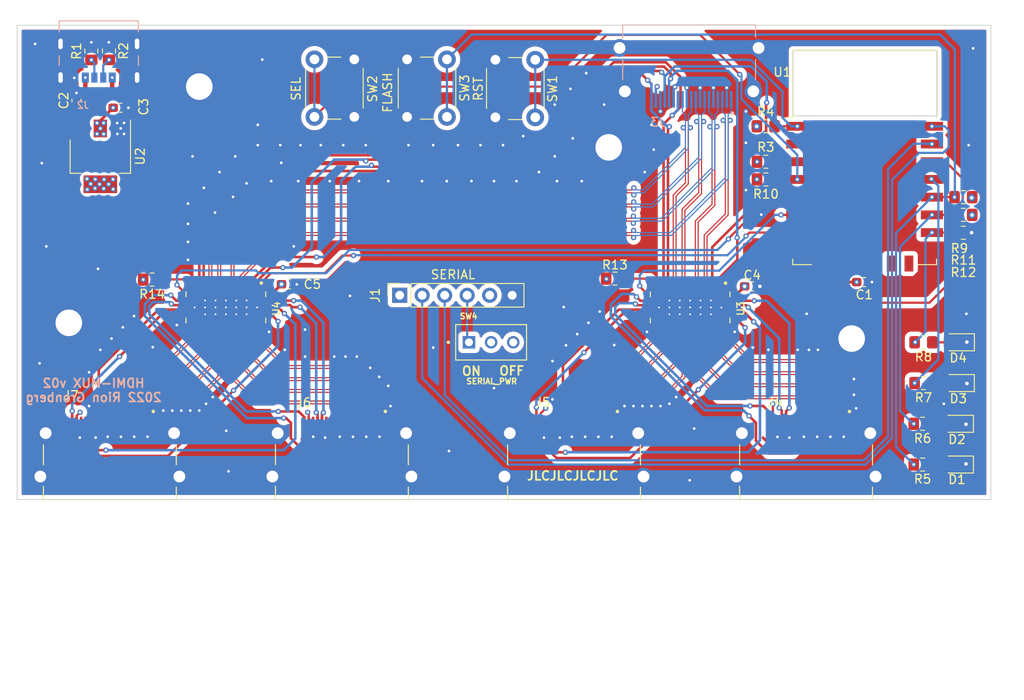
<source format=kicad_pcb>
(kicad_pcb (version 20211014) (generator pcbnew)
  (layers (0 "F.Cu" signal) (1 "In1.Cu" signal) (2 "In2.Cu" signal) (31 "B.Cu" signal) (34 "B.Paste" user) (35 "F.Paste" user) (36 "B.SilkS" user "B.Silkscreen") (37 "F.SilkS" user "F.Silkscreen") (38 "B.Mask" user) (39 "F.Mask" user) (44 "Edge.Cuts" user))
  (net 0 "")
  (net 1 "GND")
  (net 2 "/IN_D2+")
  (net 3 "/IN_D2-")
  (net 4 "+5V")
  (net 5 "/IN_D1+")
  (net 6 "/IN_D1-")
  (net 8 "Net-(D1-Pad2)")
  (net 9 "Net-(D2-Pad2)")
  (net 10 "Net-(D3-Pad2)")
  (net 16 "Net-(D4-Pad2)")
  (net 17 "/USB_RX")
  (net 19 "/USB_TX")
  (net 21 "VBUS")
  (net 22 "/IN_D0+")
  (net 23 "/IN_D0-")
  (net 24 "/IN_CLK+")
  (net 25 "/IN_CLK-")
  (net 26 "/IN_CEC")
  (net 27 "/IN_SCL")
  (net 28 "/IN_SDA")
  (net 29 "/IN_HPD")
  (net 30 "/P1_D2+")
  (net 31 "/P1_D2-")
  (net 32 "/P1_D1+")
  (net 33 "/P1_D1-")
  (net 34 "/P1_D0+")
  (net 35 "/P1_D0-")
  (net 36 "/P1_CEC")
  (net 37 "/P1_SCL")
  (net 38 "/P1_SDA")
  (net 39 "/P1_HPD")
  (net 40 "/P2_D2+")
  (net 41 "/P2_D2-")
  (net 42 "/P2_D1+")
  (net 43 "/P2_D1-")
  (net 44 "/P2_D0+")
  (net 45 "/P2_D0-")
  (net 46 "/P2_CLK+")
  (net 47 "/P2_CLK-")
  (net 48 "/P2_CEC")
  (net 49 "/P2_SCL")
  (net 50 "/P2_SDA")
  (net 51 "/P2_HPD")
  (net 52 "/P3_D2+")
  (net 53 "/P3_D2-")
  (net 54 "/P3_D1+")
  (net 55 "/P3_D1-")
  (net 56 "/P3_D0+")
  (net 57 "/P3_D0-")
  (net 58 "/P3_CLK+")
  (net 59 "/P3_CLK-")
  (net 60 "/P3_CEC")
  (net 61 "/P3_SCL")
  (net 62 "/P3_SDA")
  (net 63 "/P3_HPD")
  (net 64 "/P4_D2+")
  (net 65 "/P4_D2-")
  (net 66 "/P4_D1+")
  (net 67 "/P4_D1-")
  (net 68 "/P4_D0+")
  (net 69 "/P4_D0-")
  (net 70 "/P4_CLK+")
  (net 71 "/P4_CLK-")
  (net 72 "/P4_CEC")
  (net 73 "/P4_SCL")
  (net 74 "/P4_SDA")
  (net 75 "/P4_HPD")
  (net 77 "Net-(R3-Pad2)")
  (net 78 "/LED4")
  (net 79 "/LED2")
  (net 80 "/LED1")
  (net 81 "/LED3")
  (net 82 "Net-(J2-PadB5)")
  (net 83 "+3.3V")
  (net 84 "Net-(J2-PadA5)")
  (net 86 "Net-(R4-Pad2)")
  (net 87 "Net-(R10-Pad1)")
  (net 89 "Net-(R13-Pad1)")
  (net 91 "Net-(R14-Pad1)")
  (net 92 "/MUX_B_SEL")
  (net 94 "/MUX_A_SEL")
  (net 95 "/MUX_B_EN")
  (net 96 "/MUX_A_EN")
  (net 97 "/P1_CLK-")
  (net 98 "/P1_CLK+")
  (net 99 "Net-(J1-Pad4)")
  (footprint "STEWART_SS-53000-001:STEWART_SS-53000-001" (layer "F.Cu") (at 52.42525 62.355)
    (fp_text reference "J6")
    (fp_text value "HDMI_3")
  )
  (footprint "Resistor_SMD:R_0805_2012Metric_Pad1.20x1.40mm_HandSolder" (layer "F.Cu") (at 122.59625 40.63)
    (fp_text reference "R12")
    (fp_text value "10k")
  )
  (footprint "STEWART_SS-53000-001:STEWART_SS-53000-001" (layer "F.Cu") (at 26.22525 62.355)
    (fp_text reference "J7")
    (fp_text value "HDMI_4")
  )
  (footprint "Capacitor_SMD:C_0603_1608Metric_Pad1.08x0.95mm_HandSolder" (layer "F.Cu") (at 22.456 25.704 90)
    (fp_text reference "C2")
    (fp_text value "10uF")
  )
  (footprint "Resistor_SMD:R_0805_2012Metric_Pad1.20x1.40mm_HandSolder" (layer "F.Cu") (at 122.59625 36.61 180)
    (fp_text reference "R9")
    (fp_text value "10k")
  )
  (footprint "Resistor_SMD:R_0805_2012Metric_Pad1.20x1.40mm_HandSolder" (layer "F.Cu") (at 26.126 20.104 -90)
    (fp_text reference "R2")
    (fp_text value "5.1k")
  )
  (footprint "Capacitor_SMD:C_0603_1608Metric_Pad1.08x0.95mm_HandSolder" (layer "F.Cu") (at 98.76 46.68 180)
    (fp_text reference "C4")
    (fp_text value "0.1uF")
  )
  (footprint "Resistor_SMD:R_0805_2012Metric_Pad1.20x1.40mm_HandSolder" (layer "F.Cu") (at 122.59625 38.61 180)
    (fp_text reference "R11")
    (fp_text value "10k")
  )
  (footprint "LED_SMD:LED_0805_2012Metric_Pad1.15x1.40mm_HandSolder" (layer "F.Cu") (at 121.87125 66.8 180)
    (fp_text reference "D1")
    (fp_text value "LED1")
  )
  (footprint "Resistor_SMD:R_0805_2012Metric_Pad1.20x1.40mm_HandSolder" (layer "F.Cu") (at 117.99125 66.8 180)
    (fp_text reference "R5")
    (fp_text value "15")
  )
  (footprint "LED_SMD:LED_0805_2012Metric_Pad1.15x1.40mm_HandSolder" (layer "F.Cu") (at 121.97125 57.6 180)
    (fp_text reference "D3")
    (fp_text value "LED3")
  )
  (footprint "Resistor_SMD:R_0805_2012Metric_Pad1.20x1.40mm_HandSolder" (layer "F.Cu") (at 24.136 20.114 -90)
    (fp_text reference "R1")
    (fp_text value "5.1k")
  )
  (footprint "MountingHole:MountingHole_3mm_Pad" (layer "F.Cu") (at 109.982 52.578)
    (fp_text reference "REF**" hide)
    (fp_text value "MountingHole_3mm_Pad" hide)
  )
  (footprint "Capacitor_SMD:C_0603_1608Metric_Pad1.08x0.95mm_HandSolder" (layer "F.Cu") (at 111.41 46.2 180)
    (fp_text reference "C1")
    (fp_text value "22uF")
  )
  (footprint "Resistor_SMD:R_0805_2012Metric_Pad1.20x1.40mm_HandSolder" (layer "F.Cu") (at 83.26 45.81 180)
    (fp_text reference "R13")
    (fp_text value "10k")
  )
  (footprint "Connector_PinSocket_2.54mm:PinSocket_1x06_P2.54mm_Vertical" (layer "F.Cu") (at 58.95 47.69 90)
    (fp_text reference "J1")
    (fp_text value "SERIAL")
  )
  (footprint "Button_Switch_THT:SW_PUSH_6mm" (layer "F.Cu") (at 69.75375 27.6 90)
    (fp_text reference "SW1")
    (fp_text value "RST")
  )
  (footprint "STEWART_SS-53000-001:STEWART_SS-53000-001" (layer "F.Cu") (at 104.8345 62.3575)
    (fp_text reference "J4")
    (fp_text value "HDMI_1")
  )
  (footprint "MountingHole:MountingHole_3mm_Pad" (layer "F.Cu") (at 82.55 30.988)
    (fp_text reference "REF**" hide)
    (fp_text value "MountingHole_3mm_Pad" hide)
  )
  (footprint "LED_SMD:LED_0805_2012Metric_Pad1.15x1.40mm_HandSolder" (layer "F.Cu") (at 121.98125 53 180)
    (fp_text reference "D4")
    (fp_text value "LED4")
  )
  (footprint "QFN50P900X350X80-43N:QFN50P900X350X80-43N" (layer "F.Cu") (at 39.3245 49.0575 -90)
    (fp_text reference "U4")
    (fp_text value "TS3DV642")
  )
  (footprint "STEWART_SS-53000-001:STEWART_SS-53000-001" (layer "F.Cu") (at 78.6345 62.3575)
    (fp_text reference "J5")
    (fp_text value "HDMI_2")
  )
  (footprint "Button_Switch_THT:SW_PUSH_6mm" (layer "F.Cu") (at 49.32375 27.55 90)
    (fp_text reference "SW2")
    (fp_text value "SEL")
  )
  (footprint "Resistor_SMD:R_0805_2012Metric_Pad1.20x1.40mm_HandSolder" (layer "F.Cu") (at 118.09125 53 180)
    (fp_text reference "R8")
    (fp_text value "15")
  )
  (footprint "Resistor_SMD:R_0805_2012Metric_Pad1.20x1.40mm_HandSolder" (layer "F.Cu") (at 30.99 45.92 180)
    (fp_text reference "R14")
    (fp_text value "10k")
  )
  (footprint "LED_SMD:LED_0805_2012Metric_Pad1.15x1.40mm_HandSolder" (layer "F.Cu") (at 121.86875 62.2 180)
    (fp_text reference "D2")
    (fp_text value "LED2")
  )
  (footprint "Resistor_SMD:R_0805_2012Metric_Pad1.20x1.40mm_HandSolder" (layer "F.Cu") (at 118.09125 57.6 180)
    (fp_text reference "R7")
    (fp_text value "15")
  )
  (footprint "Resistor_SMD:R_0805_2012Metric_Pad1.20x1.40mm_HandSolder" (layer "F.Cu") (at 100.29625 32.61)
    (fp_text reference "R3")
    (fp_text value "10k")
  )
  (footprint "Capacitor_SMD:C_0603_1608Metric_Pad1.08x0.95mm_HandSolder" (layer "F.Cu") (at 27.456 26.514)
    (fp_text reference "C3")
    (fp_text value "10uF")
  )
  (footprint "QFN50P900X350X80-43N:QFN50P900X350X80-43N" (layer "F.Cu") (at 91.74375 49.06 -90)
    (fp_text reference "U3")
    (fp_text value "TS3DV642")
  )
  (footprint "Resistor_SMD:R_0805_2012Metric_Pad1.20x1.40mm_HandSolder" (layer "F.Cu") (at 100.29625 34.61 180)
    (fp_text reference "R10")
    (fp_text value "10k")
  )
  (footprint "Resistor_SMD:R_0805_2012Metric_Pad1.20x1.40mm_HandSolder" (layer "F.Cu") (at 100.27625 28.61)
    (fp_text reference "R4")
    (fp_text value "10k")
  )
  (footprint "MountingHole:MountingHole_3mm_Pad" (layer "F.Cu") (at 21.59 50.8)
    (fp_text reference "REF**" hide)
    (fp_text value "MountingHole_3mm_Pad" hide)
  )
  (footprint "RF_Module:ESP-12E" (layer "F.Cu") (at 111.44625 32.11)
    (fp_text reference "U1")
    (fp_text value "ESP-12F")
  )
  (footprint "Capacitor_SMD:C_0603_1608Metric_Pad1.08x0.95mm_HandSolder" (layer "F.Cu") (at 46.47 46.44 180)
    (fp_text reference "C5")
    (fp_text value "0.1uF")
  )
  (footprint "MINI-SPDT-SW:MINI-SPDT-SW" (layer "F.Cu") (at 69.2715 53)
    (fp_text reference "SW4")
    (fp_text value "SERIAL_PWR")
  )
  (footprint "Resistor_SMD:R_0805_2012Metric_Pad1.20x1.40mm_HandSolder" (layer "F.Cu") (at 117.99125 62.2 180)
    (fp_text reference "R6")
    (fp_text value "15")
  )
  (footprint "Package_TO_SOT_SMD:SOT-223-3_TabPin2" (layer "F.Cu") (at 25.146 32.004 -90)
    (fp_text reference "U2")
    (fp_text value "AMS1117-3.3")
  )
  (footprint "Button_Switch_THT:SW_PUSH_6mm" (layer "F.Cu") (at 64.28375 21.05 -90)
    (fp_text reference "SW3")
    (fp_text value "FLASH")
  )
  (footprint "MountingHole:MountingHole_3mm_Pad" (layer "F.Cu") (at 36.322 24.13)
    (fp_text reference "REF**" hide)
    (fp_text value "MountingHole_3mm_Pad" hide)
  )
  (footprint "CUI_UJC-HP-3-SMT-TR:CUI_UJC-HP-3-SMT-TR" (layer "B.Cu") (at 24.976 23.104)
    (fp_text reference "J2")
    (fp_text value "UJC-HP-3-SMT-TR")
  )
  (footprint "STEWART_SS-53000-001:STEWART_SS-53000-001" (layer "B.Cu") (at 91.6245 25.5625)
    (fp_text reference "J3")
    (fp_text value "HDMI_IN")
  )
  (gr_rect (start 119.634 20.066) (end 103.378 27.432) (layer "Edge.Cuts") (width 0.1) (fill none))
  (gr_rect (start 125.69 70.75) (end 15.76 17.2) (layer "Edge.Cuts") (width 0.1) (fill none))
  (gr_text "HDMI-MUX v02\n2022 Rion Gronberg" (at 24.384 58.42) (layer "B.SilkS") (effects (font (size 1 1) (thickness 0.2)) (justify mirror)))
  (gr_text "ON" (at 67.05 56.25) (layer "F.SilkS") (effects (font (size 1 1) (thickness 0.2))))
  (gr_text "JLCJLCJLCJLC" (at 78.486 68.072) (layer "F.SilkS") (effects (font (size 1 1) (thickness 0.2))))
  (gr_text "OFF" (at 71.6 56.22) (layer "F.SilkS") (effects (font (size 1 1) (thickness 0.2))))
  (segment (start 122.89625 66.8) (end 122.89625 66.735) (width 0.32) (layer "F.Cu") (net 1))
  (segment (start 22.456 24.8415) (end 22.456 24.844) (width 0.25) (layer "F.Cu") (net 1))
  (segment (start 106.0845 63.663872) (end 106.084552 63.663924) (width 0.25) (layer "F.Cu") (net 1))
  (segment (start 52.17525 63.661372) (end 52.175302 63.661424) (width 0.25) (layer "F.Cu") (net 1))
  (segment (start 119.04625 43.56) (end 119.04625 42.61) (width 0.25) (layer "F.Cu") (net 1))
  (segment (start 107.5845 62.3575) (end 107.584499 63.663874) (width 0.25) (layer "F.Cu") (net 1))
  (segment (start 78.3845 63.663872) (end 78.384474 63.663898) (width 0.25) (layer "F.Cu") (net 1))
  (segment (start 109.0845 62.3575) (end 109.084499 63.663874) (width 0.25) (layer "F.Cu") (net 1))
  (segment (start 28.97525 63.661372) (end 28.975257 63.661379) (width 0.25) (layer "F.Cu") (net 1))
  (segment (start 122.99625 57.6) (end 122.99625 57.645) (width 0.32) (layer "F.Cu") (net 1))
  (segment (start 81.3845 62.3575) (end 81.3845 63.663871) (width 0.25) (layer "F.Cu") (net 1))
  (segment (start 25.97525 63.661373) (end 25.975252 63.661375) (width 0.25) (layer "F.Cu") (net 1))
  (segment (start 49.17525 63.661373) (end 49.17524 63.661383) (width 0.25) (layer "F.Cu") (net 1))
  (segment (start 116.40625 46.2) (end 119.04625 43.56) (width 0.25) (layer "F.Cu") (net 1))
  (segment (start 82.8845 63.663872) (end 82.884544 63.663916) (width 0.25) (layer "F.Cu") (net 1))
  (segment (start 53.67525 63.661372) (end 53.675305 63.661427) (width 0.25) (layer "F.Cu") (net 1))
  (segment (start 28.97525 62.355) (end 28.97525 63.661372) (width 0.25) (layer "F.Cu") (net 1))
  (segment (start 53.67525 62.355) (end 53.67525 63.661372) (width 0.25) (layer "F.Cu") (net 1))
  (segment (start 75.3845 63.618271) (end 75.24 63.762771) (width 0.25) (layer "F.Cu") (net 1))
  (segment (start 76.8845 62.3575) (end 76.8845 63.61827) (width 0.25) (layer "F.Cu") (net 1))
  (segment (start 28.3185 26.514) (end 28.3185 27.9715) (width 0.25) (layer "F.Cu") (net 1))
  (segment (start 122.99625 57.645) (end 123.00125 57.65) (width 0.32) (layer "F.Cu") (net 1))
  (segment (start 123.59625 40.63) (end 123.53625 40.63) (width 0.32) (layer "F.Cu") (net 1))
  (segment (start 79.8845 63.663873) (end 79.884468 63.663905) (width 0.25) (layer "F.Cu") (net 1))
  (segment (start 49.17525 62.355) (end 49.17525 63.661373) (width 0.25) (layer "F.Cu") (net 1))
  (segment (start 122.89375 62.2) (end 122.89375 62.2475) (width 0.32) (layer "F.Cu") (net 1))
  (segment (start 27.47525 62.355) (end 27.47525 63.661374) (width 0.25) (layer "F.Cu") (net 1))
  (segment (start 79.8845 62.3575) (end 79.8845 63.663873) (width 0.25) (layer "F.Cu") (net 1))
  (segment (start 101.5845 63.663027) (end 101.5845 62.3575) (width 0.25) (layer "F.Cu") (net 1))
  (segment (start 75.3845 62.3575) (end 75.3845 63.618271) (width 0.25) (layer "F.Cu") (net 1))
  (segment (start 30.47525 62.355) (end 30.47525 63.661372) (width 0.25) (layer "F.Cu") (net 1))
  (segment (start 104.5845 62.3575) (end 104.5845 63.663873) (width 0.25) (layer "F.Cu") (net 1))
  (segment (start 30.47525 63.661372) (end 30.475276 63.661398) (width 0.25) (layer "F.Cu") (net 1))
  (segment (start 103.0945 63.618271) (end 102.95 63.762771) (width 0.25) (layer "F.Cu") (net 1))
  (segment (start 101.599308 63.677835) (end 101.5845 63.663027) (width 0.25) (layer "F.Cu") (net 1))
  (segment (start 50.67525 62.355) (end 50.67525 63.615771) (width 0.25) (layer "F.Cu") (net 1))
  (segment (start 123.53625 40.63) (end 123.52625 40.62) (width 0.32) (layer "F.Cu") (net 1))
  (segment (start 122.89625 66.735) (end 122.89125 66.73) (width 0.32) (layer "F.Cu") (net 1))
  (segment (start 106.0845 62.3575) (end 106.0845 63.663872) (width 0.25) (layer "F.Cu") (net 1))
  (segment (start 55.17525 62.355) (end 55.17525 63.661374) (width 0.25) (layer "F.Cu") (net 1))
  (segment (start 22.97525 62.355) (end 22.97525 63.615771) (width 0.25) (layer "F.Cu") (net 1))
  (segment (start 28.3185 27.9715) (end 27.446 28.844) (width 0.25) (layer "F.Cu") (net 1))
  (segment (start 122.89375 62.2475) (end 122.89125 62.25) (width 0.32) (layer "F.Cu") (net 1))
  (segment (start 50.67525 63.615771) (end 50.53075 63.760271) (width 0.25) (layer "F.Cu") (net 1))
  (segment (start 103.0945 62.3575) (end 103.0945 63.618271) (width 0.25) (layer "F.Cu") (net 1))
  (segment (start 81.3845 63.663871) (end 81.38445 63.663921) (width 0.25) (layer "F.Cu") (net 1))
  (segment (start 123.00625 53) (end 123.00625 52.985) (width 0.32) (layer "F.Cu") (net 1))
  (segment (start 24.47525 63.61577) (end 24.61975 63.76027) (width 0.25) (layer "F.Cu") (net 1))
  (segment (start 123.00625 52.985) (end 122.99125 52.97) (width 0.32) (layer "F.Cu") (net 1))
  (segment (start 22.97525 63.615771) (end 22.83075 63.760271) (width 0.25) (layer "F.Cu") (net 1))
  (segment (start 104.5845 63.663873) (end 104.584557 63.66393) (width 0.25) (layer "F.Cu") (net 1))
  (segment (start 76.8845 63.61827) (end 77.029 63.76277) (width 0.25) (layer "F.Cu") (net 1))
  (segment (start 82.8845 62.3575) (end 82.8845 63.663872) (width 0.25) (layer "F.Cu") (net 1))
  (segment (start 24.47525 62.355) (end 24.47525 63.61577) (width 0.25) (layer "F.Cu") (net 1))
  (segment (start 56.67525 62.355) (end 56.67525 63.661373) (width 0.25) (layer "F.Cu") (net 1))
  (segment (start 25.97525 62.355) (end 25.97525 63.661373) (width 0.25) (layer "F.Cu") (net 1))
  (segment (start 112.2725 46.2) (end 116.40625 46.2) (width 0.25) (layer "F.Cu") (net 1))
  (segment (start 52.17525 62.355) (end 52.17525 63.661372) (width 0.25) (layer "F.Cu") (net 1))
  (segment (start 56.67525 63.661373) (end 56.675252 63.661375) (width 0.25) (layer "F.Cu") (net 1))
  (segment (start 78.3845 62.3575) (end 78.3845 63.663872) (width 0.25) (layer "F.Cu") (net 1))
  (via (at 123.52625 40.62) (size 0.8) (drill 0.4) (layers "F.Cu" "B.Cu") (net 1))
  (via (at 81.534 49.53) (size 0.6) (drill 0.3) (layers "F.Cu" "B.Cu") (net 1))
  (via (at 35.052 39.624) (size 0.6) (drill 0.3) (layers "F.Cu" "B.Cu") (net 1))
  (via (at 61.468 34.798) (size 0.6) (drill 0.3) (layers "F.Cu" "B.Cu") (net 1))
  (via (at 70.612 30.734) (size 0.6) (drill 0.3) (layers "F.Cu" "B.Cu") (net 1))
  (via (at 35.56 32.004) (size 0.6) (drill 0.3) (layers "F.Cu" "B.Cu") (net 1))
  (via (at 18.542 32.766) (size 0.6) (drill 0.3) (layers "F.Cu" "B.Cu") (net 1))
  (via (at 26.106 19.124) (size 0.6) (drill 0.3) (layers "F.Cu" "B.Cu") (net 1))
  (via (at 104.902 49.784) (size 0.6) (drill 0.3) (layers "F.Cu" "B.Cu") (net 1))
  (via (at 59.944 30.734) (size 0.6) (drill 0.3) (layers "F.Cu" "B.Cu") (net 1))
  (via (at 101.599308 63.677835) (size 0.6) (drill 0.3) (layers "F.Cu" "B.Cu") (net 1))
  (via (at 57.912 60.198) (size 0.6) (drill 0.3) (layers "F.Cu" "B.Cu") (net 1))
  (via (at 77.724 53.34) (size 0.6) (drill 0.3) (layers "F.Cu" "B.Cu") (net 1))
  (via (at 88.392 60.198) (size 0.6) (drill 0.3) (layers "F.Cu" "B.Cu") (net 1))
  (via (at 80.264 50.8) (size 0.6) (drill 0.3) (layers "F.Cu" "B.Cu") (net 1))
  (via (at 41.656 35.052) (size 0.6) (drill 0.3) (layers "F.Cu" "B.Cu") (net 1))
  (via (at 90.019 24.15723) (size 0.6) (drill 0.3) (layers "F.Cu" "B.Cu") (net 1))
  (via (at 76.454 26.162) (size 0.6) (drill 0.3) (layers "F.Cu" "B.Cu") (net 1))
  (via (at 51.562 54.61) (size 0.6) (drill 0.3) (layers "F.Cu" "B.Cu") (net 1))
  (via (at 25.975252 63.661375) (size 0.6) (drill 0.3) (layers "F.Cu" "B.Cu") (net 1))
  (via (at 76.2 55.118) (size 0.6) (drill 0.3) (layers "F.Cu" "B.Cu") (net 1))
  (via (at 99.78 38.58) (size 0.6) (drill 0.3) (layers "F.Cu" "B.Cu") (net 1))
  (via (at 82.884544 63.663916) (size 0.6) (drill 0.3) (layers "F.Cu" "B.Cu") (net 1))
  (via (at 47.752 30.734) (size 0.6) (drill 0.3) (layers "F.Cu" "B.Cu") (net 1))
  (via (at 25.146 53.848) (size 0.6) (drill 0.3) (layers "F.Cu" "B.Cu") (net 1))
  (via (at 79.502 34.798) (size 0.6) (drill 0.3) (layers "F.Cu" "B.Cu") (net 1))
  (via (at 98.044 26.924) (size 0.6) (drill 0.3) (layers "F.Cu" "B.Cu") (net 1))
  (via (at 56.642 56.896) (size 0.6) (drill 0.3) (layers "F.Cu" "B.Cu") (net 1))
  (via (at 33.782 51.054) (size 0.6) (drill 0.3) (layers "F.Cu" "B.Cu") (net 1))
  (via (at 79.884468 63.663905) (size 0.6) (drill 0.3) (layers "F.Cu" "B.Cu") (net 1))
  (via (at 98.044 35.814) (size 0.6) (drill 0.3) (layers "F.Cu" "B.Cu") (net 1))
  (via (at 98.044 30.48) (size 0.6) (drill 0.3) (layers "F.Cu" "B.Cu") (net 1))
  (via (at 95.874542 24.256086) (size 0.6) (drill 0.3) (layers "F.Cu" "B.Cu") (net 1))
  (via (at 38.608 33.782) (size 0.6) (drill 0.3) (layers "F.Cu" "B.Cu") (net 1))
  (via (at 78.232 24.384) (size 0.6) (drill 0.3) (layers "F.Cu" "B.Cu") (net 1))
  (via (at 90.17 59.182) (size 0.6) (drill 0.3) (layers "F.Cu" "B.Cu") (net 1))
  (via (at 43.434 21.082) (size 0.6) (drill 0.3) (layers "F.Cu" "B.Cu") (net 1))
  (via (at 28.956 50.038) (size 0.6) (drill 0.3) (layers "F.Cu" "B.Cu") (net 1))
  (via (at 35.052 37.338) (size 0.6) (drill 0.3) (layers "F.Cu" "B.Cu") (net 1))
  (via (at 23.876 60.198) (size 0.6) (drill 0.3) (layers "F.Cu" "B.Cu") (net 1))
  (via (at 76.708 34.798) (size 0.6) (drill 0.3) (layers "F.Cu" "B.Cu") (net 1))
  (via (at 57.658 34.798) (size 0.6) (drill 0.3) (layers "F.Cu" "B.Cu") (net 1))
  (via (at 72.898 29.718) (size 0.6) (drill 0.3) (layers "F.Cu" "B.Cu") (net 1))
  (via (at 110.236 58.928) (size 0.6) (drill 0.3) (layers "F.Cu" "B.Cu") (net 1))
  (via (at 52.578 30.734) (size 0.6) (drill 0.3) (layers "F.Cu" "B.Cu") (net 1))
  (via (at 54.102 54.61) (size 0.6) (drill 0.3) (layers "F.Cu" "B.Cu") (net 1))
  (via (at 39.37 62.992) (size 0.6) (drill 0.3) (layers "F.Cu" "B.Cu") (net 1))
  (via (at 123.19 30.734) (size 0.6) (drill 0.3) (layers "F.Cu" "B.Cu") (net 1))
  (via (at 49.17524 63.661383) (size 0.6) (drill 0.3) (layers "F.Cu" "B.Cu") (net 1))
  (via (at 28.975257 63.661379) (size 0.6) (drill 0.3) (layers "F.Cu" "B.Cu") (net 1))
  (via (at 22.83075 63.760271) (size 0.6) (drill 0.3) (layers "F.Cu" "B.Cu") (net 1))
  (via (at 122.936 49.784) (size 0.6) (drill 0.3) (layers "F.Cu" "B.Cu") (net 1))
  (via (at 35.306 60.706) (size 0.6) (drill 0.3) (layers "F.Cu" "B.Cu") (net 1))
  (via (at 56.675252 63.661375) (size 0.6) (drill 0.3) (layers "F.Cu" "B.Cu") (net 1))
  (via (at 110.236 57.15) (size 0.6) (drill 0.3) (layers "F.Cu" "B.Cu") (net 1))
  (via (at 47.498 34.798) (size 0.6) (drill 0.3) (layers "F.Cu" "B.Cu") (net 1))
  (via (at 32.258 60.706) (size 0.6) (drill 0.3) (layers "F.Cu" "B.Cu") (net 1))
  (via (at 109.084499 63.663874) (size 0.6) (drill 0.3) (layers "F.Cu" "B.Cu") (net 1))
  (via (at 44.196 51.816) (size 0.6) (drill 0.3) (layers "F.Cu" "B.Cu") (net 1))
  (via (at 86.868 51.816) (size 0.6) (drill 0.3) (layers "F.Cu" "B.Cu") (net 1))
  (via (at 80.01 22.606) (size 0.6) (drill 0.3) (layers "F.Cu" "B.Cu") (net 1))
  (via (at 103.886 53.848) (size 0.6) (drill 0.3) (layers "F.Cu" "B.Cu") (net 1))
  (via (at 40.386 32.004) (size 0.6) (drill 0.3) (layers "F.Cu" "B.Cu") (net 1))
  (via (at 98.806 53.594) (size 0.6) (drill 0.3) (layers "F.Cu" "B.Cu") (net 1))
  (via (at 92.874546 24.256082) (size 0.6) (drill 0.3) (layers "F.Cu" "B.Cu") (net 1))
  (via (at 24.892 44.704) (size 0.6) (drill 0.3) (layers "F.Cu" "B.Cu") (net 1))
  (via (at 57.658 57.912) (size 0.6) (drill 0.3) (layers "F.Cu" "B.Cu") (net 1))
  (via (at 104.584557 63.66393) (size 0.6) (drill 0.3) (layers "F.Cu" "B.Cu") (net 1))
  (via (at 23.876 56.388) (size 0.6) (drill 0.3) (layers "F.Cu" "B.Cu") (net 1))
  (via (at 53.34 47.752) (size 0.6) (drill 0.3) (layers "F.Cu" "B.Cu") (net 1))
  (via (at 36.83 35.56) (size 0.6) (drill 0.3) (layers "F.Cu" "B.Cu") (net 1))
  (via (at 35.052 41.656) (size 0.6) (drill 0.3) (layers "F.Cu" "B.Cu") (net 1))
  (via (at 82.042 26.162) (size 0.6) (drill 0.3) (layers "F.Cu" "B.Cu") (net 1))
  (via (at 27.826 29.474) (size 0.6) (drill 0.3) (layers "F.Cu" "B.Cu") (net 1))
  (via (at 44.45 34.798) (size 0.6) (drill 0.3) (layers "F.Cu" "B.Cu") (net 1))
  (via (at 122.99125 52.97) (size 0.8) (drill 0.4) (layers "F.Cu" "B.Cu") (net 1))
  (via (at 50.53075 63.760271) (size 0.6) (drill 0.3) (layers "F.Cu" "B.Cu") (net 1))
  (via (at 92.202 62.738) (size 0.6) (drill 0.3) (layers "F.Cu" "B.Cu") (net 1))
  (via (at 27.076 29.474) (size 0.6) (drill 0.3) (layers "F.Cu" "B.Cu") (net 1))
  (via (at 55.626 55.88) (size 0.6) (drill 0.3) (layers "F.Cu" "B.Cu") (net 1))
  (via (at 69.596 34.798) (size 0.6) (drill 0.3) (layers "F.Cu" "B.Cu") (net 1))
  (via (at 45.466 30.734) (size 0.6) (drill 0.3) (layers "F.Cu" "B.Cu") (net 1))
  (via (at 110.49 60.452) (size 0.6) (drill 0.3) (layers "F.Cu" "B.Cu") (net 1))
  (via (at 106.172 53.848) (size 0.6) (drill 0.3) (layers "F.Cu" "B.Cu") (net 1))
  (via (at 54.356 34.798) (size 0.6) (drill 0.3) (layers "F.Cu" "B.Cu") (net 1))
  (via (at 34.29 60.706) (size 0.6) (drill 0.3) (layers "F.Cu" "B.Cu") (net 1))
  (via (at 84.328 60.198) (size 0.6) (drill 0.3) (layers "F.Cu" "B.Cu") (net 1))
  (via (at 89.408 59.944) (size 0.6) (drill 0.3) (layers "F.Cu" "B.Cu") (net 1))
  (via (at 27.826 28.224) (size 0.6) (drill 0.3) (layers "F.Cu" "B.Cu") (net 1))
  (via (at 62.738 53.594) (size 0.6) (drill 0.3) (layers "F.Cu" "B.Cu") (net 1))
  (via (at 81.38445 63.663921) (size 0.6) (drill 0.3) (layers "F.Cu" "B.Cu") (net 1))
  (via (at 19.05 42.164) (size 0.6) (drill 0.3) (layers "F.Cu" "B.Cu") (net 1))
  (via (at 31.07 53.55) (size 0.6) (drill 0.3) (layers "F.Cu" "B.Cu") (net 1))
  (via (at 38.1 38.354) (size 0.6) (drill 0.3) (layers "F.Cu" "B.Cu") (net 1))
  (via (at 77.029 63.76277) (size 0.6) (drill 0.3) (layers "F.Cu" "B.Cu") (net 1))
  (via (at 37.084 59.944) (size 0.6) (drill 0.3) (layers "F.Cu" "B.Cu") (net 1))
  (via (at 42.926 28.448) (size 0.6) (drill 0.3) (layers "F.Cu" "B.Cu") (net 1))
  (via (at 50.038 30.734) (size 0.6) (drill 0.3) (layers "F.Cu" "B.Cu") (net 1))
  (via (at 87.63 31.242) (size 0.6) (drill 0.3) (layers "F.Cu" "B.Cu") (net 1))
  (via (at 76.454 32.004) (size 0.6) (drill 0.3) (layers "F.Cu" "B.Cu") (net 1))
  (via (at 86.614 33.782) (size 0.6) (drill 0.3) (layers "F.Cu" "B.Cu") (net 1))
  (via (at 68.072 30.734) (size 0.6) (drill 0.3) (layers "F.Cu" "B.Cu") (net 1))
  (via (at 87.376 28.448) (size 0.6) (drill 0.3) (layers "F.Cu" "B.Cu") (net 1))
  (via (at 24.136 19.124) (size 0.6) (drill 0.3) (layers "F.Cu" "B.Cu") (net 1))
  (via (at 112.2725 46.2) (size 0.6) (drill 0.3) (layers "F.Cu" "B.Cu") (net 1))
  (via (at 64.516 65.278) (size 0.6) (drill 0.3) (layers "F.Cu" "B.Cu") (net 1))
  (via (at 17.78 19.304) (size 0.6) (drill 0.3) (layers "F.Cu" "B.Cu") (net 1))
  (via (at 27.446 28.844) (size 0.6) (drill 0.3) (layers "F.Cu" "B.Cu") (net 1))
  (via (at 122.89125 62.25) (size 0.8) (drill 0.4) (layers "F.Cu" "B.Cu") (net 1))
  (via (at 122.89125 66.73) (size 0.8) (drill 0.4) (layers "F.Cu" "B.Cu") (net 1))
  (via (at 74.676 33.782) (size 0.6) (drill 0.3) (layers "F.Cu" "B.Cu") (net 1))
  (via (at 53.675305 63.661427) (size 0.6) (drill 0.3) (layers "F.Cu" "B.Cu") (net 1))
  (via (at 102.95 63.762771) (size 0.6) (drill 0.3) (layers "F.Cu" "B.Cu") (net 1))
  (via (at 18.288 55.372) (size 0.6) (drill 0.3) (layers "F.Cu" "B.Cu") (net 1))
  (via (at 77.47 49.022) (size 0.6) (drill 0.3) (layers "F.Cu" "B.Cu") (net 1))
  (via (at 52.175302 63.661424) (size 0.6) (drill 0.3) (layers "F.Cu" "B.Cu") (net 1))
  (via (at 22.206 23.144) (size 0.6) (drill 0.3) (layers "F.Cu" "B.Cu") (net 1))
  (via (at 75.24 63.762771) (size 0.6) (drill 0.3) (layers "F.Cu" "B.Cu") (net 1))
  (via (at 52.832 54.61) (size 0.6) (drill 0.3) (layers "F.Cu" "B.Cu") (net 1))
  (via (at 100.584 53.848) (size 0.6) (drill 0.3) (layers "F.Cu" "B.Cu") (net 1))
  (via (at 47.33 46.46) (size 0.6) (drill 0.3) (layers "F.Cu" "B.Cu") (net 1))
  (via (at 76.2 59.436) (size 0.6) (drill 0.3) (layers "F.Cu" "B.Cu") (net 1))
  (via (at 48.26 51.562) (size 0.6) (drill 0.3) (layers "F.Cu" "B.Cu") (net 1))
  (via (at 39.624 67.564) (size 0.6) (drill 0.3) (layers "F.Cu" "B.Cu") (net 1))
  (via (at 36.322 60.706) (size 0.6) (drill 0.3) (layers "F.Cu" "B.Cu") (net 1))
  (via (at 85.344 60.198) (size 0.6) (drill 0.3) (layers "F.Cu" "B.Cu") (net 1))
  (via (at 35.052 43.688) (size 0.6) (drill 0.3) (layers "F.Cu" "B.Cu") (net 1))
  (via (at 45.974 53.848) (size 0.6) (drill 0.3) (layers "F.Cu" "B.Cu") (net 1))
  (via (at 27.051 28.2448) (size 0.6) (drill 0.3) (layers "F.Cu" "B.Cu") (net 1))
  (via (at 86.36 60.198) (size 0.6) (drill 0.3) (layers "F.Cu" "B.Cu") (net 1))
  (via (at 78.486 29.972) (size 0.6) (drill 0.3) (layers "F.Cu" "B.Cu") (net 1))
  (via (at 37.846 59.182) (size 0.6) (drill 0.3) (layers "F.Cu" "B.Cu") (net 1))
  (via (at 94.374547 24.256081) (size 0.6) (drill 0.3) (layers "F.Cu" "B.Cu") (net 1))
  (via (at 96.774 51.816) (size 0.6) (drill 0.3) (layers "F.Cu" "B.Cu") (net 1))
  (via (at 78.384474 63.663898) (size 0.6) (drill 0.3) (layers "F.Cu" "B.Cu") (net 1))
  (via (at 46.99 42.164) (size 0.6) (drill 0.3) (layers "F.Cu" "B.Cu") (net 1))
  (via (at 105.156 53.848) (size 0.6) (drill 0.3) (layers "F.Cu" "B.Cu") (net 1))
  (via (at 91.374544 24.256084) (size 0.6) (drill 0.3) (layers "F.Cu" "B.Cu") (net 1))
  (via (at 78.994 52.07) (size 0.6) (drill 0.3) (layers "F.Cu" "B.Cu") (net 1))
  (via (at 45.57 32.74) (size 0.6) (drill 0.3) (layers "F.Cu" "B.Cu") (net 1))
  (via (at 72.136 34.798) (size 0.6) (drill 0.3) (layers "F.Cu" "B.Cu") (net 1))
  (via (at 42.926 30.734) (size 0.6) (drill 0.3) (layers "F.Cu" "B.Cu") (net 1))
  (via (at 123.00125 57.65) (size 0.8) (drill 0.4) (layers "F.Cu" "B.Cu") (net 1))
  (via (at 83.17 53.31) (size 0.6) (drill 0.3) (layers "F.Cu" "B.Cu") (net 1))
  (via (at 91.694 68.58) (size 0.6) (drill 0.3) (layers "F.Cu" "B.Cu") (net 1))
  (via (at 107.584499 63.663874) (size 0.6) (drill 0.3) (layers "F.Cu" "B.Cu") (net 1))
  (via (at 28.3185 26.514) (size 0.6) (drill 0.3) (layers "F.Cu" "B.Cu") (net 1))
  (via (at 64.262 34.798) (size 0.6) (drill 0.3) (layers "F.Cu" "B.Cu") (net 1))
  (via (at 51.054 34.798) (size 0.6) (drill 0.3) (layers "F.Cu" "B.Cu") (net 1))
  (via (at 87.376 60.198) (size 0.6) (drill 0.3) (layers "F.Cu" "B.Cu") (net 1))
  (via (at 65.532 30.734) (size 0.6) (drill 0.3) (layers "F.Cu" "B.Cu") (net 1))
  (via (at 62.738 30.734) (size 0.6) (drill 0.3) (layers "F.Cu" "B.Cu") (net 1))
  (via (at 48.26 54.61) (size 0.6) (drill 0.3) (layers "F.Cu" "B.Cu") (net 1))
  (via (at 67.056 34.798) (size 0.6) (drill 0.3) (layers "F.Cu" "B.Cu") (net 1))
  (via (at 26.416 52.578) (size 0.6) (drill 0.3) (layers "F.Cu" "B.Cu") (net 1))
  (via (at 27.47525 63.661374) (size 0.6) (drill 0.3) (layers "F.Cu" "B.Cu") (net 1))
  (via (at 88.392 26.924) (size 0.6) (drill 0.3) (layers "F.Cu" "B.Cu") (net 1))
  (via (at 55.17525 63.661374) (size 0.6) (drill 0.3) (layers "F.Cu" "B.Cu") (net 1))
  (via (at 24.61975 63.76027) (size 0.6) (drill 0.3) (layers "F.Cu" "B.Cu") (net 1))
  (via (at 69.596 58.166) (size 0.6) (drill 0.3) (layers "F.Cu" "B.Cu") (net 1))
  (via (at 40.132 36.576) (size 0.6) (drill 0.3) (layers "F.Cu" "B.Cu") (net 1))
  (via (at 30.475276 63.661398) (size 0.6) (drill 0.3) (layers "F.Cu" "B.Cu") (net 1))
  (via (at 99.62 46.68) (size 0.8) (drill 0.4) (layers "F.Cu" "B.Cu") (net 1))
  (via (at 123.698 19.812) (size 0.6) (drill 0.3) (layers "F.Cu" "B.Cu") (net 1))
  (via (at 33.274 60.706) (size 0.6) (drill 0.3) (layers "F.Cu" "B.Cu") (net 1))
  (via (at 27.686 51.308) (size 0.6) (drill 0.3) (layers "F.Cu" "B.Cu") (net 1))
  (via (at 55.118 30.734) (size 0.6) (drill 0.3) (layers "F.Cu" "B.Cu") (net 1))
  (via (at 120.396 59.944) (size 0.6) (drill 0.3) (layers "F.Cu" "B.Cu") (net 1))
  (via (at 22.456 24.844) (size 0.6) (drill 0.3) (layers "F.Cu" "B.Cu") (net 1))
  (via (at 106.084552 63.663924) (size 0.6) (drill 0.3) (layers "F.Cu" "B.Cu") (net 1))
  (segment (start 88.3745 26.9065) (end 88.392 26.924) (width 0.25) (layer "B.Cu") (net 1))
  (segment (start 94.3745 25.5625) (end 94.3745 24.256128) (width 0.25) (layer "B.Cu") (net 1))
  (segment (start 92.8745 25.5625) (end 92.8745 24.256128) (width 0.25) (layer "B.Cu") (net 1))
  (segment (start 94.3745 24.256128) (end 94.374547 24.256081) (width 0.25) (layer "B.Cu") (net 1))
  (segment (start 27.726 23.384) (end 27.746 23.404) (width 0.25) (layer "B.Cu") (net 1))
  (segment (start 91.3745 24.256128) (end 91.374544 24.256084) (width 0.25) (layer "B.Cu") (net 1))
  (segment (start 88.3745 25.5625) (end 88.3745 26.9065) (width 0.25) (layer "B.Cu") (net 1))
  (segment (start 22.226 23.394) (end 22.206 23.144) (width 0.25) (layer "B.Cu") (net 1))
  (segment (start 92.8745 24.256128) (end 92.874546 24.256082) (width 0.25) (layer "B.Cu") (net 1))
  (segment (start 91.3745 25.5625) (end 91.3745 24.256128) (width 0.25) (layer "B.Cu") (net 1))
  (segment (start 89.8745 24.30173) (end 90.019 24.15723) (width 0.25) (layer "B.Cu") (net 1))
  (segment (start 89.8745 25.5625) (end 89.8745 24.30173) (width 0.25) (layer "B.Cu") (net 1))
  (segment (start 22.206 23.144) (end 22.246 23.414) (width 0.25) (layer "B.Cu") (net 1))
  (segment (start 95.8745 25.5625) (end 95.8745 24.256128) (width 0.25) (layer "B.Cu") (net 1))
  (segment (start 95.8745 24.256128) (end 95.874542 24.256086) (width 0.25) (layer "B.Cu") (net 1))
  (segment (start 93.653251 41.016067) (end 93.653251 47.284501) (width 0.127) (layer "F.Cu") (net 2))
  (segment (start 41.234001 47.282001) (end 41.3245 47.3725) (width 0.127) (layer "F.Cu") (net 2))
  (segment (start 85.127251 40.929501) (end 45.959817 40.929501) (width 0.127) (layer "F.Cu") (net 2))
  (segment (start 96.034001 28.176499) (end 96.034001 38.635317) (width 0.127) (layer "F.Cu") (net 2))
  (segment (start 85.36375 41.166) (end 85.127251 40.929501) (width 0.127) (layer "F.Cu") (net 2))
  (segment (start 93.653251 47.284501) (end 93.74375 47.375) (width 0.127) (layer "F.Cu") (net 2))
  (segment (start 45.959817 40.929501) (end 41.234001 45.655317) (width 0.127) (layer "F.Cu") (net 2))
  (segment (start 41.234001 45.655317) (end 41.234001 47.282001) (width 0.127) (layer "F.Cu") (net 2))
  (segment (start 96.2705 27.94) (end 96.034001 28.176499) (width 0.127) (layer "F.Cu") (net 2))
  (segment (start 96.034001 38.635317) (end 93.653251 41.016067) (width 0.127) (layer "F.Cu") (net 2))
  (via (at 85.36375 41.166) (size 0.6) (drill 0.3) (layers "F.Cu" "B.Cu") (net 2))
  (via (at 96.2705 27.94) (size 0.6) (drill 0.3) (layers "F.Cu" "B.Cu") (net 2))
  (segment (start 85.600249 40.929501) (end 85.36375 41.166) (width 0.127) (layer "B.Cu") (net 2))
  (segment (start 96.3745 25.5625) (end 96.3745 26.987501) (width 0.127) (layer "B.Cu") (net 2))
  (segment (start 96.034 27.328001) (end 96.034001 27.703501) (width 0.127) (layer "B.Cu") (net 2))
  (segment (start 96.034001 27.703501) (end 96.2705 27.94) (width 0.127) (layer "B.Cu") (net 2))
  (segment (start 96.2705 27.94) (end 96.034001 28.176499) (width 0.127) (layer "B.Cu") (net 2))
  (segment (start 89.639817 40.929501) (end 85.600249 40.929501) (width 0.127) (layer "B.Cu") (net 2))
  (segment (start 96.034001 34.535317) (end 89.639817 40.929501) (width 0.127) (layer "B.Cu") (net 2))
  (segment (start 96.034001 28.176499) (end 96.034001 34.535317) (width 0.127) (layer "B.Cu") (net 2))
  (segment (start 96.3745 26.987501) (end 96.034 27.328001) (width 0.127) (layer "B.Cu") (net 2))
  (segment (start 40.914999 45.523183) (end 40.914999 47.282001) (width 0.127) (layer "F.Cu") (net 3))
  (segment (start 95.714999 38.503183) (end 93.334249 40.883933) (width 0.127) (layer "F.Cu") (net 3))
  (segment (start 85.36375 40.374) (end 85.127251 40.610499) (width 0.127) (layer "F.Cu") (net 3))
  (segment (start 93.334249 47.284501) (end 93.24375 47.375) (width 0.127) (layer "F.Cu") (net 3))
  (segment (start 93.334249 40.883933) (end 93.334249 47.284501) (width 0.127) (layer "F.Cu") (net 3))
  (segment (start 95.4785 27.94) (end 95.714999 28.176499) (width 0.127) (layer "F.Cu") (net 3))
  (segment (start 95.714999 28.176499) (end 95.714999 38.503183) (width 0.127) (layer "F.Cu") (net 3))
  (segment (start 85.127251 40.610499) (end 45.827683 40.610499) (width 0.127) (layer "F.Cu") (net 3))
  (segment (start 45.827683 40.610499) (end 40.914999 45.523183) (width 0.127) (layer "F.Cu") (net 3))
  (segment (start 40.914999 47.282001) (end 40.8245 47.3725) (width 0.127) (layer "F.Cu") (net 3))
  (via (at 95.4785 27.94) (size 0.6) (drill 0.3) (layers "F.Cu" "B.Cu") (net 3))
  (via (at 85.36375 40.374) (size 0.6) (drill 0.3) (layers "F.Cu" "B.Cu") (net 3))
  (segment (start 95.3745 26.987501) (end 95.715 27.328001) (width 0.127) (layer "B.Cu") (net 3))
  (segment (start 85.600249 40.610499) (end 85.36375 40.374) (width 0.127) (layer "B.Cu") (net 3))
  (segment (start 95.714999 34.403183) (end 89.507683 40.610499) (width 0.127) (layer "B.Cu") (net 3))
  (segment (start 95.715 27.328001) (end 95.714999 27.703501) (width 0.127) (layer "B.Cu") (net 3))
  (segment (start 95.4785 27.94) (end 95.714999 28.176499) (width 0.127) (layer "B.Cu") (net 3))
  (segment (start 89.507683 40.610499) (end 85.600249 40.610499) (width 0.127) (layer "B.Cu") (net 3))
  (segment (start 95.3745 25.5625) (end 95.3745 26.987501) (width 0.127) (layer "B.Cu") (net 3))
  (segment (start 95.714999 28.176499) (end 95.714999 34.403183) (width 0.127) (layer "B.Cu") (net 3))
  (segment (start 95.714999 27.703501) (end 95.4785 27.94) (width 0.127) (layer "B.Cu") (net 3))
  (segment (start 22.47525 61.290248) (end 22.47525 62.355) (width 0.25) (layer "F.Cu") (net 4))
  (segment (start 22.86 60.905498) (end 22.47525 61.290248) (width 0.25) (layer "F.Cu") (net 4))
  (segment (start 101.0845 59.9515) (end 101.092 59.944) (width 0.25) (layer "F.Cu") (net 4))
  (segment (start 48.67525 61.026789) (end 48.67525 62.355) (width 0.25) (layer "F.Cu") (net 4))
  (segment (start 101.0845 62.3575) (end 101.0845 59.9515) (width 0.25) (layer "F.Cu") (net 4))
  (segment (start 74.8845 62.3575) (end 74.8845 61.0055) (width 0.25) (layer "F.Cu") (net 4))
  (segment (start 74.8845 61.0055) (end 75.438 60.452) (width 0.25) (layer "F.Cu") (net 4))
  (segment (start 48.556956 60.908495) (end 48.67525 61.026789) (width 0.25) (layer "F.Cu") (net 4))
  (via (at 75.438 60.452) (size 0.6) (drill 0.3) (layers "F.Cu" "B.Cu") (net 4))
  (via (at 22.86 60.905498) (size 0.6) (drill 0.3) (layers "F.Cu" "B.Cu") (net 4))
  (via (at 88.019 24.13) (size 0.6) (drill 0.3) (layers "F.Cu" "B.Cu") (net 4))
  (via (at 48.556956 60.908495) (size 0.6) (drill 0.3) (layers "F.Cu" "B.Cu") (net 4))
  (via (at 101.092 59.944) (size 0.6) (drill 0.3) (layers "F.Cu" "B.Cu") (net 4))
  (segment (start 87.8745 25.5625) (end 87.8745 24.2745) (width 0.25) (layer "B.Cu") (net 4))
  (segment (start 87.8745 24.2745) (end 88.019 24.13) (width 0.25) (layer "B.Cu") (net 4))
  (segment (start 85.097251 39.309501) (end 45.009817 39.309501) (width 0.127) (layer "F.Cu") (net 5))
  (segment (start 85.33375 39.546) (end 85.097251 39.309501) (width 0.127) (layer "F.Cu") (net 5))
  (segment (start 92.653251 47.284501) (end 92.74375 47.375) (width 0.127) (layer "F.Cu") (net 5))
  (segment (start 94.534001 28.886499) (end 94.534001 37.545317) (width 0.127) (layer "F.Cu") (net 5))
  (segment (start 40.234001 44.085317) (end 40.234001 47.282001) (width 0.127) (layer "F.Cu") (net 5))
  (segment (start 94.7705 28.65) (end 94.534001 28.886499) (width 0.127) (layer "F.Cu") (net 5))
  (segment (start 92.653251 39.426067) (end 92.653251 47.284501) (width 0.127) (layer "F.Cu") (net 5))
  (segment (start 94.534001 37.545317) (end 92.653251 39.426067) (width 0.127) (layer "F.Cu") (net 5))
  (segment (start 45.009817 39.309501) (end 40.234001 44.085317) (width 0.127) (layer "F.Cu") (net 5))
  (segment (start 40.234001 47.282001) (end 40.3245 47.3725) (width 0.127) (layer "F.Cu") (net 5))
  (via (at 94.7705 28.65) (size 0.6) (drill 0.3) (layers "F.Cu" "B.Cu") (net 5))
  (via (at 85.33375 39.546) (size 0.6) (drill 0.3) (layers "F.Cu" "B.Cu") (net 5))
  (segment (start 94.8745 25.5625) (end 94.8745 26.987501) (width 0.127) (layer "B.Cu") (net 5))
  (segment (start 85.570249 39.309501) (end 85.33375 39.546) (width 0.127) (layer "B.Cu") (net 5))
  (segment (start 94.7705 28.65) (end 94.534001 28.886499) (width 0.127) (layer "B.Cu") (net 5))
  (segment (start 94.8745 26.987501) (end 94.534 27.328001) (width 0.127) (layer "B.Cu") (net 5))
  (segment (start 88.619817 39.309501) (end 85.570249 39.309501) (width 0.127) (layer "B.Cu") (net 5))
  (segment (start 94.534 27.328001) (end 94.534001 28.413501) (width 0.127) (layer "B.Cu") (net 5))
  (segment (start 94.534001 28.413501) (end 94.7705 28.65) (width 0.127) (layer "B.Cu") (net 5))
  (segment (start 94.534001 33.395317) (end 88.619817 39.309501) (width 0.127) (layer "B.Cu") (net 5))
  (segment (start 94.534001 28.886499) (end 94.534001 33.395317) (width 0.127) (layer "B.Cu") (net 5))
  (segment (start 94.214999 37.413183) (end 92.334249 39.293933) (width 0.127) (layer "F.Cu") (net 6))
  (segment (start 94.214999 28.886499) (end 94.214999 37.413183) (width 0.127) (layer "F.Cu") (net 6))
  (segment (start 44.877683 38.990499) (end 39.914999 43.953183) (width 0.127) (layer "F.Cu") (net 6))
  (segment (start 93.9785 28.65) (end 94.214999 28.886499) (width 0.127) (layer "F.Cu") (net 6))
  (segment (start 92.334249 47.284501) (end 92.24375 47.375) (width 0.127) (layer "F.Cu") (net 6))
  (segment (start 85.33375 38.754) (end 85.097251 38.990499) (width 0.127) (layer "F.Cu") (net 6))
  (segment (start 85.097251 38.990499) (end 44.877683 38.990499) (width 0.127) (layer "F.Cu") (net 6))
  (segment (start 39.914999 43.953183) (end 39.914999 47.282001) (width 0.127) (layer "F.Cu") (net 6))
  (segment (start 92.334249 39.293933) (end 92.334249 47.284501) (width 0.127) (layer "F.Cu") (net 6))
  (segment (start 39.914999 47.282001) (end 39.8245 47.3725) (width 0.127) (layer "F.Cu") (net 6))
  (via (at 93.9785 28.65) (size 0.6) (drill 0.3) (layers "F.Cu" "B.Cu") (net 6))
  (via (at 85.33375 38.754) (size 0.6) (drill 0.3) (layers "F.Cu" "B.Cu") (net 6))
  (segment (start 93.8745 26.987501) (end 94.215 27.328001) (width 0.127) (layer "B.Cu") (net 6))
  (segment (start 94.214999 28.886499) (end 94.214999 33.263183) (width 0.127) (layer "B.Cu") (net 6))
  (segment (start 93.9785 28.65) (end 94.214999 28.886499) (width 0.127) (layer "B.Cu") (net 6))
  (segment (start 93.8745 25.5625) (end 93.8745 26.987501) (width 0.127) (layer "B.Cu") (net 6))
  (segment (start 94.214999 28.413501) (end 93.9785 28.65) (width 0.127) (layer "B.Cu") (net 6))
  (segment (start 94.215 27.328001) (end 94.214999 28.413501) (width 0.127) (layer "B.Cu") (net 6))
  (segment (start 88.487683 38.990499) (end 85.570249 38.990499) (width 0.127) (layer "B.Cu") (net 6))
  (segment (start 85.570249 38.990499) (end 85.33375 38.754) (width 0.127) (layer "B.Cu") (net 6))
  (segment (start 94.214999 33.263183) (end 88.487683 38.990499) (width 0.127) (layer "B.Cu") (net 6))
  (segment (start 120.84625 66.8) (end 118.99125 66.8) (width 0.25) (layer "F.Cu") (net 8))
  (segment (start 118.99125 62.2) (end 120.84375 62.2) (width 0.25) (layer "F.Cu") (net 9))
  (segment (start 120.94625 57.6) (end 119.09125 57.6) (width 0.25) (layer "F.Cu") (net 10))
  (segment (start 119.09125 53) (end 120.95625 53) (width 0.25) (layer "F.Cu") (net 16))
  (via (at 119.04625 28.61) (size 0.6) (drill 0.3) (layers "F.Cu" "B.Cu") (net 17))
  (segment (start 120.48375 28.61) (end 120.94375 29.07) (width 0.25) (layer "B.Cu") (net 17))
  (segment (start 111.541448 66.81) (end 71.247354 66.81) (width 0.25) (layer "B.Cu") (net 17))
  (segment (start 114.54375 34.65) (end 114.54375 63.807698) (width 0.25) (layer "B.Cu") (net 17))
  (segment (start 117.58375 31.61) (end 114.54375 34.65) (width 0.25) (layer "B.Cu") (net 17))
  (segment (start 71.247354 66.81) (end 61.49 57.052646) (width 0.25) (layer "B.Cu") (net 17))
  (segment (start 61.49 57.052646) (end 61.49 47.69) (width 0.25) (layer "B.Cu") (net 17))
  (segment (start 120.94375 29.07) (end 120.94375 30.98) (width 0.25) (layer "B.Cu") (net 17))
  (segment (start 114.54375 63.807698) (end 111.541448 66.81) (width 0.25) (layer "B.Cu") (net 17))
  (segment (start 119.04625 28.61) (end 120.48375 28.61) (width 0.25) (layer "B.Cu") (net 17))
  (segment (start 120.94375 30.98) (end 120.31375 31.61) (width 0.25) (layer "B.Cu") (net 17))
  (segment (start 120.31375 31.61) (end 117.58375 31.61) (width 0.25) (layer "B.Cu") (net 17))
  (via (at 119.04625 30.61) (size 0.6) (drill 0.3) (layers "F.Cu" "B.Cu") (net 19))
  (segment (start 114.09375 33.45) (end 114.09375 63.621302) (width 0.25) (layer "B.Cu") (net 19))
  (segment (start 119.01625 30.58) (end 116.96375 30.58) (width 0.25) (layer "B.Cu") (net 19))
  (segment (start 71.39375 66.32) (end 64.03 58.95625) (width 0.25) (layer "B.Cu") (net 19))
  (segment (start 116.96375 30.58) (end 114.09375 33.45) (width 0.25) (layer "B.Cu") (net 19))
  (segment (start 119.04625 30.61) (end 119.01625 30.58) (width 0.25) (layer "B.Cu") (net 19))
  (segment (start 111.395052 66.32) (end 71.39375 66.32) (width 0.25) (layer "B.Cu") (net 19))
  (segment (start 64.03 58.95625) (end 64.03 47.69) (width 0.25) (layer "B.Cu") (net 19))
  (segment (start 114.09375 63.621302) (end 111.395052 66.32) (width 0.25) (layer "B.Cu") (net 19))
  (segment (start 23.411 27.689) (end 22.846 28.254) (width 0.5) (layer "F.Cu") (net 21))
  (segment (start 26.486 24.614) (end 23.411 27.689) (width 0.5) (layer "F.Cu") (net 21))
  (segment (start 26.486 23.119) (end 26.496 23.109) (width 0.5) (layer "F.Cu") (net 21))
  (segment (start 26.486 24.614) (end 26.486 23.119) (width 0.5) (layer "F.Cu") (net 21))
  (segment (start 22.456 26.5665) (end 22.456 28.464) (width 0.5) (layer "F.Cu") (net 21))
  (segment (start 23.456 27.644) (end 23.411 27.689) (width 0.5) (layer "F.Cu") (net 21))
  (segment (start 22.846 28.254) (end 22.846 28.854) (width 0.5) (layer "F.Cu") (net 21))
  (segment (start 23.456 23.109) (end 23.456 27.644) (width 0.5) (layer "F.Cu") (net 21))
  (segment (start 22.846 28.854) (end 22.846 28.544) (width 0.5) (layer "F.Cu") (net 21))
  (segment (start 22.456 28.464) (end 22.846 28.854) (width 0.5) (layer "F.Cu") (net 21))
  (via (at 26.496 23.109) (size 0.7) (drill 0.3) (layers "F.Cu" "B.Cu") (net 21))
  (via (at 23.456 23.109) (size 0.7) (drill 0.3) (layers "F.Cu" "B.Cu") (net 21))
  (segment (start 38.734001 42.945317) (end 38.734001 47.282001) (width 0.127) (layer "F.Cu") (net 22))
  (segment (start 38.734001 47.282001) (end 38.8245 47.3725) (width 0.127) (layer "F.Cu") (net 22))
  (segment (start 93.2705 28.068872) (end 93.034001 28.305371) (width 0.127) (layer "F.Cu") (net 22))
  (segment (start 85.137251 37.709501) (end 43.969817 37.709501) (width 0.127) (layer "F.Cu") (net 22))
  (segment (start 93.034001 28.305371) (end 93.034001 36.215317) (width 0.127) (layer "F.Cu") (net 22))
  (segment (start 43.969817 37.709501) (end 38.734001 42.945317) (width 0.127) (layer "F.Cu") (net 22))
  (segment (start 91.153251 47.284501) (end 91.24375 47.375) (width 0.127) (layer "F.Cu") (net 22))
  (segment (start 85.37375 37.946) (end 85.137251 37.709501) (width 0.127) (layer "F.Cu") (net 22))
  (segment (start 91.153251 38.096067) (end 91.153251 47.284501) (width 0.127) (layer "F.Cu") (net 22))
  (segment (start 93.034001 36.215317) (end 91.153251 38.096067) (width 0.127) (layer "F.Cu") (net 22))
  (via (at 85.37375 37.946) (size 0.6) (drill 0.3) (layers "F.Cu" "B.Cu") (net 22))
  (via (at 93.2705 28.068872) (size 0.6) (drill 0.3) (layers "F.Cu" "B.Cu") (net 22))
  (segment (start 93.034 27.328001) (end 93.034001 27.832373) (width 0.127) (layer "B.Cu") (net 22))
  (segment (start 93.034001 32.225317) (end 87.549817 37.709501) (width 0.127) (layer "B.Cu") (net 22))
  (segment (start 93.3745 25.5625) (end 93.3745 26.987501) (width 0.127) (layer "B.Cu") (net 22))
  (segment (start 93.2705 28.068872) (end 93.034001 28.305371) (width 0.127) (layer "B.Cu") (net 22))
  (segment (start 85.610249 37.709501) (end 85.37375 37.946) (width 0.127) (layer "B.Cu") (net 22))
  (segment (start 87.549817 37.709501) (end 85.610249 37.709501) (width 0.127) (layer "B.Cu") (net 22))
  (segment (start 93.034001 28.305371) (end 93.034001 32.225317) (width 0.127) (layer "B.Cu") (net 22))
  (segment (start 93.034001 27.832373) (end 93.2705 28.068872) (width 0.127) (layer "B.Cu") (net 22))
  (segment (start 93.3745 26.987501) (end 93.034 27.328001) (width 0.127) (layer "B.Cu") (net 22))
  (segment (start 90.834249 47.284501) (end 90.74375 47.375) (width 0.127) (layer "F.Cu") (net 23))
  (segment (start 92.714999 28.305371) (end 92.714999 36.083183) (width 0.127) (layer "F.Cu") (net 23))
  (segment (start 38.414999 47.282001) (end 38.3245 47.3725) (width 0.127) (layer "F.Cu") (net 23))
  (segment (start 85.37375 37.154) (end 85.137251 37.390499) (width 0.127) (layer "F.Cu") (net 23))
  (segment (start 90.834249 37.963933) (end 90.834249 47.284501) (width 0.127) (layer "F.Cu") (net 23))
  (segment (start 43.837683 37.390499) (end 38.414999 42.813183) (width 0.127) (layer "F.Cu") (net 23))
  (segment (start 92.714999 36.083183) (end 90.834249 37.963933) (width 0.127) (layer "F.Cu") (net 23))
  (segment (start 85.137251 37.390499) (end 43.837683 37.390499) (width 0.127) (layer "F.Cu") (net 23))
  (segment (start 92.4785 28.068872) (end 92.714999 28.305371) (width 0.127) (layer "F.Cu") (net 23))
  (segment (start 38.414999 42.813183) (end 38.414999 47.282001) (width 0.127) (layer "F.Cu") (net 23))
  (via (at 85.37375 37.154) (size 0.6) (drill 0.3) (layers "F.Cu" "B.Cu") (net 23))
  (via (at 92.4785 28.068872) (size 0.6) (drill 0.3) (layers "F.Cu" "B.Cu") (net 23))
  (segment (start 92.714999 32.093183) (end 87.417683 37.390499) (width 0.127) (layer "B.Cu") (net 23))
  (segment (start 92.4785 28.068872) (end 92.714999 28.305371) (width 0.127) (layer "B.Cu") (net 23))
  (segment (start 92.714999 27.832373) (end 92.4785 28.068872) (width 0.127) (layer "B.Cu") (net 23))
  (segment (start 92.714999 28.305371) (end 92.714999 32.093183) (width 0.127) (layer "B.Cu") (net 23))
  (segment (start 92.715 27.328001) (end 92.714999 27.832373) (width 0.127) (layer "B.Cu") (net 23))
  (segment (start 85.610249 37.390499) (end 85.37375 37.154) (width 0.127) (layer "B.Cu") (net 23))
  (segment (start 87.417683 37.390499) (end 85.610249 37.390499) (width 0.127) (layer "B.Cu") (net 23))
  (segment (start 92.3745 26.987501) (end 92.715 27.328001) (width 0.127) (layer "B.Cu") (net 23))
  (segment (start 92.3745 25.5625) (end 92.3745 26.987501) (width 0.127) (layer "B.Cu") (net 23))
  (segment (start 37.734001 41.185317) (end 37.734001 47.282001) (width 0.127) (layer "F.Cu") (net 24))
  (segment (start 42.80127 36.118048) (end 37.734001 41.185317) (width 0.127) (layer "F.Cu") (net 24))
  (segment (start 91.534001 35.115317) (end 90.153251 36.496067) (width 0.127) (layer "F.Cu") (net 24))
  (segment (start 91.7705 28.76) (end 91.534001 28.996499) (width 0.127) (layer "F.Cu") (net 24))
  (segment (start 85.384677 36.354547) (end 85.148178 36.118048) (width 0.127) (layer "F.Cu") (net 24))
  (segment (start 90.153251 36.496067) (end 90.153251 47.284501) (width 0.127) (layer "F.Cu") (net 24))
  (segment (start 85.148178 36.118048) (end 42.80127 36.118048) (width 0.127) (layer "F.Cu") (net 24))
  (segment (start 90.153251 47.284501) (end 90.24375 47.375) (width 0.127) (layer "F.Cu") (net 24))
  (segment (start 37.734001 47.282001) (end 37.8245 47.3725) (width 0.127) (layer "F.Cu") (net 24))
  (segment (start 91.534001 28.996499) (end 91.534001 35.115317) (width 0.127) (layer "F.Cu") (net 24))
  (via (at 85.384677 36.354547) (size 0.6) (drill 0.3) (layers "F.Cu" "B.Cu") (net 24))
  (via (at 91.7705 28.76) (size 0.6) (drill 0.3) (layers "F.Cu" "B.Cu") (net 24))
  (segment (start 91.8745 25.5625) (end 91.8745 26.987501) (width 0.127) (layer "B.Cu") (net 24))
  (segment (start 91.534001 28.523501) (end 91.7705 28.76) (width 0.127) (layer "B.Cu") (net 24))
  (segment (start 85.621176 36.118048) (end 85.384677 36.354547) (width 0.127) (layer "B.Cu") (net 24))
  (segment (start 86.54127 36.118048) (end 85.621176 36.118048) (width 0.127) (layer "B.Cu") (net 24))
  (segment (start 91.534 27.328001) (end 91.534001 28.523501) (width 0.127) (layer "B.Cu") (net 24))
  (segment (start 91.534001 28.996499) (end 91.534001 31.125317) (width 0.127) (layer "B.Cu") (net 24))
  (segment (start 91.7705 28.76) (end 91.534001 28.996499) (width 0.127) (layer "B.Cu") (net 24))
  (segment (start 91.8745 26.987501) (end 91.534 27.328001) (width 0.127) (layer "B.Cu") (net 24))
  (segment (start 91.534001 31.125317) (end 86.54127 36.118048) (width 0.127) (layer "B.Cu") (net 24))
  (segment (start 85.384677 35.562547) (end 85.148178 35.799046) (width 0.127) (layer "F.Cu") (net 25))
  (segment (start 90.9785 28.76) (end 91.214999 28.996499) (width 0.127) (layer "F.Cu") (net 25))
  (segment (start 89.834249 36.363933) (end 89.834249 47.284501) (width 0.127) (layer "F.Cu") (net 25))
  (segment (start 89.834249 47.284501) (end 89.74375 47.375) (width 0.127) (layer "F.Cu") (net 25))
  (segment (start 42.669136 35.799046) (end 37.414999 41.053183) (width 0.127) (layer "F.Cu") (net 25))
  (segment (start 91.214999 28.996499) (end 91.214999 34.983183) (width 0.127) (layer "F.Cu") (net 25))
  (segment (start 85.148178 35.799046) (end 42.669136 35.799046) (width 0.127) (layer "F.Cu") (net 25))
  (segment (start 37.414999 47.282001) (end 37.3245 47.3725) (width 0.127) (layer "F.Cu") (net 25))
  (segment (start 37.414999 41.053183) (end 37.414999 47.282001) (width 0.127) (layer "F.Cu") (net 25))
  (segment (start 91.214999 34.983183) (end 89.834249 36.363933) (width 0.127) (layer "F.Cu") (net 25))
  (via (at 85.384677 35.562547) (size 0.6) (drill 0.3) (layers "F.Cu" "B.Cu") (net 25))
  (via (at 90.9785 28.76) (size 0.6) (drill 0.3) (layers "F.Cu" "B.Cu") (net 25))
  (segment (start 91.215 27.328001) (end 91.214999 28.523501) (width 0.127) (layer "B.Cu") (net 25))
  (segment (start 91.214999 28.523501) (end 90.9785 28.76) (width 0.127) (layer "B.Cu") (net 25))
  (segment (start 91.214999 28.996499) (end 91.214999 30.993183) (width 0.127) (layer "B.Cu") (net 25))
  (segment (start 90.8745 25.5625) (end 90.8745 26.987501) (width 0.127) (layer "B.Cu") (net 25))
  (segment (start 86.409136 35.799046) (end 85.621176 35.799046) (width 0.127) (layer "B.Cu") (net 25))
  (segment (start 85.621176 35.799046) (end 85.384677 35.562547) (width 0.127) (layer "B.Cu") (net 25))
  (segment (start 91.214999 30.993183) (end 86.409136 35.799046) (width 0.127) (layer "B.Cu") (net 25))
  (segment (start 90.8745 26.987501) (end 91.215 27.328001) (width 0.127) (layer "B.Cu") (net 25))
  (segment (start 90.9785 28.76) (end 91.214999 28.996499) (width 0.127) (layer "B.Cu") (net 25))
  (segment (start 90.664 26.43975) (end 90.664 23.047286) (width 0.29) (layer "F.Cu") (net 26))
  (segment (start 42.15375 31.88) (end 36.3245 37.70925) (width 0.29) (layer "F.Cu") (net 26))
  (segment (start 89.72375 27.38) (end 90.664 26.43975) (width 0.29) (layer "F.Cu") (net 26))
  (segment (start 83.100786 21.38) (end 72.600786 31.88) (width 0.29) (layer "F.Cu") (net 26))
  (segment (start 88.74375 28.36) (end 89.72375 27.38) (width 0.29) (layer "F.Cu") (net 26))
  (segment (start 88.996714 21.38) (end 83.100786 21.38) (width 0.29) (layer "F.Cu") (net 26))
  (segment (start 36.3245 37.70925) (end 36.3245 47.3725) (width 0.29) (layer "F.Cu") (net 26))
  (segment (start 88.74375 29.965783) (end 88.74375 28.36) (width 0.29) (layer "F.Cu") (net 26))
  (segment (start 88.74375 29.965783) (end 88.74375 47.375) (width 0.29) (layer "F.Cu") (net 26))
  (segment (start 72.600786 31.88) (end 42.15375 31.88) (width 0.29) (layer "F.Cu") (net 26))
  (segment (start 90.664 23.047286) (end 88.996714 21.38) (width 0.29) (layer "F.Cu") (net 26))
  (via (at 89.72375 27.38) (size 0.6) (drill 0.3) (layers "F.Cu" "B.Cu") (net 26))
  (segment (start 89.72375 27.38) (end 90.3745 26.72925) (width 0.29) (layer "B.Cu") (net 26))
  (segment (start 90.3745 26.72925) (end 90.3745 25.5625) (width 0.29) (layer "B.Cu") (net 26))
  (segment (start 44.5326 44.56) (end 44.37907 44.56) (width 0.29) (layer "F.Cu") (net 27))
  (segment (start 89.537481 22.613731) (end 89.537481 23.237731) (width 0.29) (layer "F.Cu") (net 27))
  (segment (start 44.37907 44.56) (end 42.95375 45.98532) (width 0.29) (layer "F.Cu") (net 27))
  (segment (start 42.95375 45.98532) (end 42.3045 46.63457) (width 0.29) (layer "F.Cu") (net 27))
  (segment (start 55.27925 32.37) (end 72.80375 32.37) (width 0.29) (layer "F.Cu") (net 27))
  (segment (start 97.072367 41.171383) (end 97.05375 41.19) (width 0.29) (layer "F.Cu") (net 27))
  (segment (start 45.75375 44.56) (end 44.5326 44.56) (width 0.29) (layer "F.Cu") (net 27))
  (segment (start 72.80375 32.37) (end 83.30375 21.87) (width 0.29) (layer "F.Cu") (net 27))
  (segment (start 42.3045 46.63457) (end 42.3045 47.42) (width 0.29) (layer "F.Cu") (net 27))
  (segment (start 83.30375 21.87) (end 88.79375 21.87) (width 0.29) (layer "F.Cu") (net 27))
  (segment (start 94.74375 47.375) (end 94.74375 46.02) (width 0.29) (layer "F.Cu") (net 27))
  (segment (start 97.072367 43.691383) (end 97.072367 41.121383) (width 0.29) (layer "F.Cu") (net 27))
  (segment (start 94.74375 46.02) (end 97.072367 43.691383) (width 0.29) (layer "F.Cu") (net 27))
  (segment (start 97.072367 41.121383) (end 97.072367 41.171383) (width 0.29) (layer "F.Cu") (net 27))
  (segment (start 55.12375 32.5255) (end 55.27925 32.37) (width 0.29) (layer "F.Cu") (net 27))
  (segment (start 88.79375 21.87) (end 89.537481 22.613731) (width 0.29) (layer "F.Cu") (net 27))
  (via (at 89.537481 23.237731) (size 0.6) (drill 0.3) (layers "F.Cu" "B.Cu") (net 27))
  (via (at 45.75375 44.56) (size 0.6) (drill 0.3) (layers "F.Cu" "B.Cu") (net 27))
  (via (at 97.05375 41.19) (size 0.6) (drill 0.3) (layers "F.Cu" "B.Cu") (net 27))
  (via (at 55.12375 32.5255) (size 0.6) (drill 0.3) (layers "F.Cu" "B.Cu") (net 27))
  (segment (start 96.85375 23.18) (end 97.072367 23.398617) (width 0.29) (layer "B.Cu") (net 27))
  (segment (start 96.01375 22.34) (end 96.85375 23.18) (width 0.29) (layer "B.Cu") (net 27))
  (segment (start 94.18375 22.34) (end 96.01375 22.34) (width 0.29) (layer "B.Cu") (net 27))
  (segment (start 49.02375 42.33) (end 49.02375 34.9) (width 0.29) (layer "B.Cu") (net 27))
  (segment (start 89.392981 23.237731) (end 89.537481 23.237731) (width 0.29) (layer "B.Cu") (net 27))
  (segment (start 46.79375 44.56) (end 47.19375 44.16) (width 0.29) (layer "B.Cu") (net 27))
  (segment (start 89.89375 22.7) (end 90.25375 22.34) (width 0.29) (layer "B.Cu") (net 27))
  (segment (start 89.3745 23.21925) (end 89.392981 23.237731) (width 0.29) (layer "B.Cu") (net 27))
  (segment (start 54.96875 32.3705) (end 55.12375 32.5255) (width 0.29) (layer "B.Cu") (net 27))
  (segment (start 89.3745 23.21925) (end 89.89375 22.7) (width 0.29) (layer "B.Cu") (net 27))
  (segment (start 47.19375 44.16) (end 49.02375 42.33) (width 0.29) (layer "B.Cu") (net 27))
  (segment (start 97.05375 31.157234) (end 97.072367 31.138617) (width 0.29) (layer "B.Cu") (net 27))
  (segment (start 90.25375 22.34) (end 94.18375 22.34) (width 0.29) (layer "B.Cu") (net 27))
  (segment (start 89.3745 25.5625) (end 89.3745 23.21925) (width 0.29) (layer "B.Cu") (net 27))
  (segment (start 97.072367 23.398617) (end 97.072367 31.138617) (width 0.29) (layer "B.Cu") (net 27))
  (segment (start 51.55325 32.3705) (end 54.96875 32.3705) (width 0.29) (layer "B.Cu") (net 27))
  (segment (start 45.75375 44.56) (end 46.79375 44.56) (width 0.29) (layer "B.Cu") (net 27))
  (segment (start 49.02375 34.9) (end 51.55325 32.3705) (width 0.29) (layer "B.Cu") (net 27))
  (segment (start 97.05375 41.19) (end 97.05375 31.157234) (width 0.29) (layer "B.Cu") (net 27))
  (segment (start 94.24375 47.375) (end 94.24375 42.247832) (width 0.29) (layer "F.Cu") (net 28))
  (segment (start 85.94375 22.36) (end 83.59375 22.36) (width 0.29) (layer "F.Cu") (net 28))
  (segment (start 83.59375 22.36) (end 83.57375 22.38) (width 0.29) (layer "F.Cu") (net 28))
  (segment (start 88.36925 22.36) (end 87.40375 22.36) (width 0.29) (layer "F.Cu") (net 28))
  (segment (start 55.91825 33.17) (end 55.76375 33.0155) (width 0.29) (layer "F.Cu") (net 28))
  (segment (start 72.70375 33.17) (end 55.91825 33.17) (width 0.29) (layer "F.Cu") (net 28))
  (segment (start 100.32375 26) (end 100.39375 25.93) (width 0.29) (layer "F.Cu") (net 28))
  (segment (start 44.86375 43.37) (end 41.8145 46.41925) (width 0.29) (layer "F.Cu") (net 28))
  (segment (start 100.32375 36.167832) (end 100.32375 26) (width 0.29) (layer "F.Cu") (net 28))
  (segment (start 41.8145 46.41925) (end 41.8145 47.3725) (width 0.29) (layer "F.Cu") (net 28))
  (segment (start 72.70375 33.17) (end 83.51375 22.36) (width 0.29) (layer "F.Cu") (net 28))
  (segment (start 87.40375 22.36) (end 85.94375 22.36) (width 0.29) (layer "F.Cu") (net 28))
  (segment (start 88.52375 22.5145) (end 88.36925 22.36) (width 0.29) (layer "F.Cu") (net 28))
  (segment (start 83.51375 22.36) (end 83.59375 22.36) (width 0.29) (layer "F.Cu") (net 28))
  (segment (start 94.24375 42.247832) (end 100.32375 36.167832) (width 0.29) (layer "F.Cu") (net 28))
  (segment (start 49.55375 43.37) (end 44.86375 43.37) (width 0.29) (layer "F.Cu") (net 28))
  (via (at 100.39375 25.93) (size 0.6) (drill 0.3) (layers "F.Cu" "B.Cu") (net 28))
  (via (at 55.76375 33.0155) (size 0.6) (drill 0.3) (layers "F.Cu" "B.Cu") (net 28))
  (via (at 49.55375 43.37) (size 0.6) (drill 0.3) (layers "F.Cu" "B.Cu") (net 28))
  (via (at 88.52375 22.5145) (size 0.6) (drill 0.3) (layers "F.Cu" "B.Cu") (net 28))
  (segment (start 53.78375 33.37) (end 53.74375 33.37) (width 0.29) (layer "B.Cu") (net 28))
  (segment (start 52.33375 34.78) (end 52.33375 41.38) (width 0.29) (layer "B.Cu") (net 28))
  (segment (start 88.8745 22.98925) (end 89.48375 22.38) (width 0.29) (layer "B.Cu") (net 28))
  (segment (start 88.8745 22.98925) (end 88.8745 22.86525) (width 0.29) (layer "B.Cu") (net 28))
  (segment (start 53.74375 33.37) (end 52.33375 34.78) (width 0.29) (layer "B.Cu") (net 28))
  (segment (start 90.01375 21.85) (end 94.16375 21.85) (width 0.29) (layer "B.Cu") (net 28))
  (segment (start 98.65375 21.85) (end 100.04375 23.24) (width 0.29) (layer "B.Cu") (net 28))
  (segment (start 88.8745 22.86525) (end 88.52375 22.5145) (width 0.29) (layer "B.Cu") (net 28))
  (segment (start 55.60875 33.1705) (end 53.98325 33.1705) (width 0.29) (layer "B.Cu") (net 28))
  (segment (start 100.39375 23.59) (end 100.39375 25.93) (width 0.29) (layer "B.Cu") (net 28))
  (segment (start 53.98325 33.1705) (end 53.78375 33.37) (width 0.29) (layer "B.Cu") (net 28))
  (segment (start 55.76375 33.0155) (end 55.60875 33.1705) (width 0.29) (layer "B.Cu") (net 28))
  (segment (start 89.48375 22.38) (end 90.01375 21.85) (width 0.29) (layer "B.Cu") (net 28))
  (segment (start 100.04375 23.24) (end 100.39375 23.59) (width 0.29) (layer "B.Cu") (net 28))
  (segment (start 88.8745 25.5625) (end 88.8745 22.98925) (width 0.29) (layer "B.Cu") (net 28))
  (segment (start 52.33375 41.38) (end 50.34375 43.37) (width 0.29) (layer "B.Cu") (net 28))
  (segment (start 94.16375 21.85) (end 98.65375 21.85) (width 0.29) (layer "B.Cu") (net 28))
  (segment (start 50.34375 43.37) (end 49.55375 43.37) (width 0.29) (layer "B.Cu") (net 28))
  (segment (start 72.92375 33.66) (end 69.94375 33.66) (width 0.29) (layer "F.Cu") (net 29))
  (segment (start 86.39375 22.85) (end 86.09375 22.85) (width 0.29) (layer "F.Cu") (net 29))
  (segment (start 86.94375 23.4) (end 86.39375 22.85) (width 0.29) (layer "F.Cu") (net 29))
  (segment (start 36.8145 37.912214) (end 36.8145 47.3625) (width 0.29) (layer "F.Cu") (net 29))
  (segment (start 89.24375 33.7345) (end 89.24375 28.795231) (width 0.29) (layer "F.Cu") (net 29))
  (segment (start 83.73375 22.85) (end 72.92375 33.66) (width 0.29) (layer "F.Cu") (net 29))
  (segment (start 69.94375 33.66) (end 44.18375 33.66) (width 0.29) (layer "F.Cu") (net 29))
  (segment (start 86.09375 22.85) (end 83.73375 22.85) (width 0.29) (layer "F.Cu") (net 29))
  (segment (start 44.18375 33.66) (end 41.066714 33.66) (width 0.29) (layer "F.Cu") (net 29))
  (segment (start 89.24375 28.795231) (end 89.38825 28.650731) (width 0.29) (layer "F.Cu") (net 29))
  (segment (start 89.24375 47.375) (end 89.24375 33.7345) (width 0.29) (layer "F.Cu") (net 29))
  (segment (start 36.8145 47.3625) (end 36.8245 47.3725) (width 0.29) (layer "F.Cu") (net 29))
  (segment (start 41.066714 33.66) (end 36.8145 37.912214) (width 0.29) (layer "F.Cu") (net 29))
  (via (at 89.38825 28.650731) (size 0.6) (drill 0.3) (layers "F.Cu" "B.Cu") (net 29))
  (via (at 86.94375 23.4) (size 0.6) (drill 0.3) (layers "F.Cu" "B.Cu") (net 29))
  (segment (start 89.38825 28.650731) (end 89.172731 28.650731) (width 0.29) (layer "B.Cu") (net 29))
  (segment (start 87.3745 26.59075) (end 87.3745 25.5625) (width 0.29) (layer "B.Cu") (net 29))
  (segment (start 87.3745 25.5625) (end 87.3745 23.83075) (width 0.29) (layer "B.Cu") (net 29))
  (segment (start 87.3745 26.8525) (end 87.3745 26.59075) (width 0.29) (layer "B.Cu") (net 29))
  (segment (start 87.3745 23.83075) (end 86.94375 23.4) (width 0.29) (layer "B.Cu") (net 29))
  (segment (start 89.172731 28.650731) (end 87.3745 26.8525) (width 0.29) (layer "B.Cu") (net 29))
  (segment (start 98.669818 54.9505) (end 95.653251 51.933933) (width 0.127) (layer "F.Cu") (net 30))
  (segment (start 95.653251 51.933933) (end 95.653251 50.835499) (width 0.127) (layer "F.Cu") (net 30))
  (segment (start 95.653251 50.835499) (end 95.74375 50.745) (width 0.127) (layer "F.Cu") (net 30))
  (segment (start 109.244 60.591999) (end 109.244 57.484682) (width 0.127) (layer "F.Cu") (net 30))
  (segment (start 109.5845 60.932499) (end 109.244 60.591999) (width 0.127) (layer "F.Cu") (net 30))
  (segment (start 109.244 57.484682) (end 106.709818 54.9505) (width 0.127) (layer "F.Cu") (net 30))
  (segment (start 106.709818 54.9505) (end 98.669818 54.9505) (width 0.127) (layer "F.Cu") (net 30))
  (segment (start 109.5845 62.3575) (end 109.5845 60.932499) (width 0.127) (layer "F.Cu") (net 30))
  (segment (start 95.334249 50.835499) (end 95.24375 50.745) (width 0.127) (layer "F.Cu") (net 31))
  (segment (start 108.5845 62.3575) (end 108.5845 60.932499) (width 0.127) (layer "F.Cu") (net 31))
  (segment (start 108.925 60.591999) (end 108.925 57.616818) (width 0.127) (layer "F.Cu") (net 31))
  (segment (start 106.577682 55.2695) (end 98.537682 55.2695) (width 0.127) (layer "F.Cu") (net 31))
  (segment (start 108.925 57.616818) (end 106.577682 55.2695) (width 0.127) (layer "F.Cu") (net 31))
  (segment (start 108.5845 60.932499) (end 108.925 60.591999) (width 0.127) (layer "F.Cu") (net 31))
  (segment (start 95.334249 52.066067) (end 95.334249 50.835499) (width 0.127) (layer "F.Cu") (net 31))
  (segment (start 98.537682 55.2695) (end 95.334249 52.066067) (width 0.127) (layer "F.Cu") (net 31))
  (segment (start 94.653251 53.573933) (end 94.653251 50.835499) (width 0.127) (layer "F.Cu") (net 32))
  (segment (start 105.549818 56.3205) (end 97.399818 56.3205) (width 0.127) (layer "F.Cu") (net 32))
  (segment (start 94.653251 50.835499) (end 94.74375 50.745) (width 0.127) (layer "F.Cu") (net 32))
  (segment (start 107.744 58.514682) (end 105.549818 56.3205) (width 0.127) (layer "F.Cu") (net 32))
  (segment (start 108.0845 62.3575) (end 108.0845 60.932499) (width 0.127) (layer "F.Cu") (net 32))
  (segment (start 107.744 60.591999) (end 107.744 58.514682) (width 0.127) (layer "F.Cu") (net 32))
  (segment (start 97.399818 56.3205) (end 94.653251 53.573933) (width 0.127) (layer "F.Cu") (net 32))
  (segment (start 108.0845 60.932499) (end 107.744 60.591999) (width 0.127) (layer "F.Cu") (net 32))
  (segment (start 94.334249 53.706067) (end 94.334249 50.835499) (width 0.127) (layer "F.Cu") (net 33))
  (segment (start 107.0845 60.932499) (end 107.425 60.591999) (width 0.127) (layer "F.Cu") (net 33))
  (segment (start 107.425 58.646818) (end 105.417682 56.6395) (width 0.127) (layer "F.Cu") (net 33))
  (segment (start 97.267682 56.6395) (end 94.334249 53.706067) (width 0.127) (layer "F.Cu") (net 33))
  (segment (start 94.334249 50.835499) (end 94.24375 50.745) (width 0.127) (layer "F.Cu") (net 33))
  (segment (start 107.0845 62.3575) (end 107.0845 60.932499) (width 0.127) (layer "F.Cu") (net 33))
  (segment (start 105.417682 56.6395) (end 97.267682 56.6395) (width 0.127) (layer "F.Cu") (net 33))
  (segment (start 107.425 60.591999) (end 107.425 58.646818) (width 0.127) (layer "F.Cu") (net 33))
  (segment (start 106.244 59.234682) (end 104.699818 57.6905) (width 0.127) (layer "F.Cu") (net 34))
  (segment (start 106.244 60.591999) (end 106.244 59.234682) (width 0.127) (layer "F.Cu") (net 34))
  (segment (start 106.5845 62.3575) (end 106.5845 60.932499) (width 0.127) (layer "F.Cu") (net 34))
  (segment (start 104.699818 57.6905) (end 95.879818 57.6905) (width 0.127) (layer "F.Cu") (net 34))
  (segment (start 106.5845 60.932499) (end 106.244 60.591999) (width 0.127) (layer "F.Cu") (net 34))
  (segment (start 95.879818 57.6905) (end 93.653251 55.463933) (width 0.127) (layer "F.Cu") (net 34))
  (segment (start 93.653251 55.463933) (end 93.653251 50.835499) (width 0.127) (layer "F.Cu") (net 34))
  (segment (start 93.653251 50.835499) (end 93.74375 50.745) (width 0.127) (layer "F.Cu") (net 34))
  (segment (start 93.334249 55.596067) (end 93.334249 50.835499) (width 0.127) (layer "F.Cu") (net 35))
  (segment (start 104.567682 58.0095) (end 95.747682 58.0095) (width 0.127) (layer "F.Cu") (net 35))
  (segment (start 105.5845 60.932499) (end 105.925 60.591999) (width 0.127) (layer "F.Cu") (net 35))
  (segment (start 95.747682 58.0095) (end 93.334249 55.596067) (width 0.127) (layer "F.Cu") (net 35))
  (segment (start 105.925 59.366818) (end 104.567682 58.0095) (width 0.127) (layer "F.Cu") (net 35))
  (segment (start 105.5845 62.3575) (end 105.5845 60.932499) (width 0.127) (layer "F.Cu") (net 35))
  (segment (start 93.334249 50.835499) (end 93.24375 50.745) (width 0.127) (layer "F.Cu") (net 35))
  (segment (start 105.925 60.591999) (end 105.925 59.366818) (width 0.127) (layer "F.Cu") (net 35))
  (segment (start 99.1745 62.0875) (end 99.1745 64.1175) (width 0.29) (layer "F.Cu") (net 36))
  (segment (start 99.1745 64.1175) (end 100.6145 65.5575) (width 0.29) (layer "F.Cu") (net 36))
  (segment (start 103.5845 63.5975) (end 103.5845 62.3575) (width 0.29) (layer "F.Cu") (net 36))
  (segment (start 103.8545 64.9875) (end 103.8545 63.8675) (width 0.29) (layer "F.Cu") (net 36))
  (segment (start 103.8545 63.8675) (end 103.5845 63.5975) (width 0.29) (layer "F.Cu") (net 36))
  (segment (start 86.121555 48.31) (end 85.686991 47.875436) (width 0.29) (layer "F.Cu") (net 36))
  (segment (start 98.3945 61.3075) (end 99.1745 62.0875) (width 0.29) (layer "F.Cu") (net 36))
  (segment (start 87.30875 48.31) (end 86.121555 48.31) (width 0.29) (layer "F.Cu") (net 36))
  (segment (start 103.2845 65.5575) (end 103.8545 64.9875) (width 0.29) (layer "F.Cu") (net 36))
  (segment (start 100.6145 65.5575) (end 103.2845 65.5575) (width 0.29) (layer "F.Cu") (net 36))
  (via (at 98.3945 61.3075) (size 0.6) (drill 0.3) (layers "F.Cu" "B.Cu") (net 36))
  (via (at 85.686991 47.875436) (size 0.6) (drill 0.3) (layers "F.Cu" "B.Cu") (net 36))
  (segment (start 85.359055 47.5475) (end 85.2345 47.5475) (width 0.29) (layer "B.Cu") (net 36))
  (segment (start 82.7945 49.5575) (end 82.7945 50.070464) (width 0.29) (layer "B.Cu") (net 36))
  (segment (start 93.401536 60.6775) (end 94.7645 60.6775) (width 0.29) (layer "B.Cu") (net 36))
  (segment (start 94.7645 60.6775) (end 97.7645 60.6775) (width 0.29) (layer "B.Cu") (net 36))
  (segment (start 85.686991 47.875436) (end 85.359055 47.5475) (width 0.29) (layer "B.Cu") (net 36))
  (segment (start 82.9545 48.5875) (end 82.7945 48.7475) (width 0.29) (layer "B.Cu") (net 36))
  (segment (start 97.7645 60.6775) (end 98.3945 61.3075) (width 0.29) (layer "B.Cu") (net 36))
  (segment (start 82.7945 48.7475) (end 82.7945 49.5575) (width 0.29) (layer "B.Cu") (net 36))
  (segment (start 83.9945 47.5475) (end 82.9545 48.5875) (width 0.29) (layer "B.Cu") (net 36))
  (segment (start 82.7945 50.070464) (end 93.401536 60.6775) (width 0.29) (layer "B.Cu") (net 36))
  (segment (start 85.2345 47.5475) (end 83.9945 47.5475) (width 0.29) (layer "B.Cu") (net 36))
  (segment (start 102.5845 62.3575) (end 102.5845 60.7675) (width 0.29) (layer "F.Cu") (net 37))
  (segment (start 96.17875 48.31) (end 98.982 48.31) (width 0.29) (layer "F.Cu") (net 37))
  (segment (start 102.5845 60.7675) (end 102.9445 60.4075) (width 0.29) (layer "F.Cu") (net 37))
  (segment (start 98.982 48.31) (end 98.9845 48.3075) (width 0.29) (layer "F.Cu") (net 37))
  (via (at 102.9445 60.4075) (size 0.6) (drill 0.3) (layers "F.Cu" "B.Cu") (net 37))
  (via (at 98.9845 48.3075) (size 0.6) (drill 0.3) (layers "F.Cu" "B.Cu") (net 37))
  (segment (start 102.9445 50.8675) (end 102.9445 60.4075) (width 0.29) (layer "B.Cu") (net 37))
  (segment (start 98.9845 48.3075) (end 100.3845 48.3075) (width 0.29) (layer "B.Cu") (net 37))
  (segment (start 100.4445 48.3675) (end 102.9445 50.8675) (width 0.29) (layer "B.Cu") (net 37))
  (segment (start 100.3845 48.3075) (end 100.4445 48.3675) (width 0.29) (layer "B.Cu") (net 37))
  (segment (start 102.0845 60.6975) (end 101.7945 60.4075) (width 0.29) (layer "F.Cu") (net 38))
  (segment (start 102.0845 62.3575) (end 102.0845 60.6975) (width 0.29) (layer "F.Cu") (net 38))
  (segment (start 96.18875 48.81) (end 98.057771 48.81) (width 0.29) (layer "F.Cu") (net 38))
  (segment (start 98.057771 48.81) (end 98.302271 49.0545) (width 0.29) (layer "F.Cu") (net 38))
  (via (at 101.7945 60.4075) (size 0.6) (drill 0.3) (layers "F.Cu" "B.Cu") (net 38))
  (via (at 98.302271 49.0545) (size 0.6) (drill 0.3) (layers "F.Cu" "B.Cu") (net 38))
  (segment (start 101.8145 53.1275) (end 101.8145 60.3875) (width 0.29) (layer "B.Cu") (net 38))
  (segment (start 98.302271 49.0545) (end 101.8145 52.566729) (width 0.29) (layer "B.Cu") (net 38))
  (segment (start 101.8145 60.3875) (end 101.7945 60.4075) (width 0.29) (layer "B.Cu") (net 38))
  (segment (start 101.8145 52.566729) (end 101.8145 53.1275) (width 0.29) (layer "B.Cu") (net 38))
  (segment (start 87.30875 48.81) (end 85.709 48.81) (width 0.29) (layer "F.Cu") (net 39))
  (segment (start 100.0045 60.1875) (end 100.5845 60.7675) (width 0.29) (layer "F.Cu") (net 39))
  (segment (start 100.5845 60.7675) (end 100.5845 62.3575) (width 0.29) (layer "F.Cu") (net 39))
  (segment (start 85.709 48.81) (end 85.5645 48.6655) (width 0.29) (layer "F.Cu") (net 39))
  (segment (start 98.5145 60.1875) (end 100.0045 60.1875) (width 0.29) (layer "F.Cu") (net 39))
  (via (at 85.5645 48.6655) (size 0.6) (drill 0.3) (layers "F.Cu" "B.Cu") (net 39))
  (via (at 98.5145 60.1875) (size 0.6) (drill 0.3) (layers "F.Cu" "B.Cu") (net 39))
  (segment (start 93.6045 60.1875) (end 93.9745 60.1875) (width 0.29) (layer "B.Cu") (net 39))
  (segment (start 85.5645 48.6655) (end 85.4765 48.5775) (width 0.29) (layer "B.Cu") (net 39))
  (segment (start 93.9745 60.1875) (end 98.5145 60.1875) (width 0.29) (layer "B.Cu") (net 39))
  (segment (start 83.2845 49.8675) (end 84.0545 50.6375) (width 0.29) (layer "B.Cu") (net 39))
  (segment (start 84.3645 48.5775) (end 83.6945 48.5775) (width 0.29) (layer "B.Cu") (net 39))
  (segment (start 84.0545 50.6375) (end 93.6045 60.1875) (width 0.29) (layer "B.Cu") (net 39))
  (segment (start 83.6945 48.5775) (end 83.2845 48.9875) (width 0.29) (layer "B.Cu") (net 39))
  (segment (start 85.4765 48.5775) (end 84.3645 48.5775) (width 0.29) (layer "B.Cu") (net 39))
  (segment (start 83.2845 48.9875) (end 83.2845 49.8675) (width 0.29) (layer "B.Cu") (net 39))
  (segment (start 83.044 60.065318) (end 83.909818 59.1995) (width 0.127) (layer "F.Cu") (net 40))
  (segment (start 83.3845 62.3575) (end 83.3845 60.932499) (width 0.127) (layer "F.Cu") (net 40))
  (segment (start 83.909818 59.1995) (end 88.919818 59.1995) (width 0.127) (layer "F.Cu") (net 40))
  (segment (start 83.044 60.591999) (end 83.044 60.065318) (width 0.127) (layer "F.Cu") (net 40))
  (segment (start 88.919818 59.1995) (end 91.153251 56.966067) (width 0.127) (layer "F.Cu") (net 40))
  (segment (start 83.3845 60.932499) (end 83.044 60.591999) (width 0.127) (layer "F.Cu") (net 40))
  (segment (start 91.153251 50.835499) (end 91.24375 50.745) (width 0.127) (layer "F.Cu") (net 40))
  (segment (start 91.153251 56.966067) (end 91.153251 50.835499) (width 0.127) (layer "F.Cu") (net 40))
  (segment (start 83.777682 58.8805) (end 88.787682 58.8805) (width 0.127) (layer "F.Cu") (net 41))
  (segment (start 82.725 59.933182) (end 83.777682 58.8805) (width 0.127) (layer "F.Cu") (net 41))
  (segment (start 90.834249 50.835499) (end 90.74375 50.745) (width 0.127) (layer "F.Cu") (net 41))
  (segment (start 82.3845 62.3575) (end 82.3845 60.932499) (width 0.127) (layer "F.Cu") (net 41))
  (segment (start 82.725 60.591999) (end 82.725 59.933182) (width 0.127) (layer "F.Cu") (net 41))
  (segment (start 88.787682 58.8805) (end 90.834249 56.833933) (width 0.127) (layer "F.Cu") (net 41))
  (segment (start 82.3845 60.932499) (end 82.725 60.591999) (width 0.127) (layer "F.Cu") (net 41))
  (segment (start 90.834249 56.833933) (end 90.834249 50.835499) (width 0.127) (layer "F.Cu") (net 41))
  (segment (start 83.339818 57.8995) (end 87.829818 57.8995) (width 0.127) (layer "F.Cu") (net 42))
  (segment (start 87.829818 57.8995) (end 90.153251 55.576067) (width 0.127) (layer "F.Cu") (net 42))
  (segment (start 81.8845 60.932499) (end 81.544 60.591999) (width 0.127) (layer "F.Cu") (net 42))
  (segment (start 90.153251 55.576067) (end 90.153251 50.835499) (width 0.127) (layer "F.Cu") (net 42))
  (segment (start 81.8845 62.3575) (end 81.8845 60.932499) (width 0.127) (layer "F.Cu") (net 42))
  (segment (start 81.544 60.591999) (end 81.544 59.695318) (width 0.127) (layer "F.Cu") (net 42))
  (segment (start 81.544 59.695318) (end 83.339818 57.8995) (width 0.127) (layer "F.Cu") (net 42))
  (segment (start 90.153251 50.835499) (end 90.24375 50.745) (width 0.127) (layer "F.Cu") (net 42))
  (segment (start 81.225 60.591999) (end 81.225 59.563182) (width 0.127) (layer "F.Cu") (net 43))
  (segment (start 89.834249 55.443933) (end 89.834249 50.835499) (width 0.127) (layer "F.Cu") (net 43))
  (segment (start 83.207682 57.5805) (end 87.697682 57.5805) (width 0.127) (layer "F.Cu") (net 43))
  (segment (start 80.8845 62.3575) (end 80.8845 60.932499) (width 0.127) (layer "F.Cu") (net 43))
  (segment (start 81.225 59.563182) (end 83.207682 57.5805) (width 0.127) (layer "F.Cu") (net 43))
  (segment (start 87.697682 57.5805) (end 89.834249 55.443933) (width 0.127) (layer "F.Cu") (net 43))
  (segment (start 89.834249 50.835499) (end 89.74375 50.745) (width 0.127) (layer "F.Cu") (net 43))
  (segment (start 80.8845 60.932499) (end 81.225 60.591999) (width 0.127) (layer "F.Cu") (net 43))
  (segment (start 89.153251 50.835499) (end 89.24375 50.745) (width 0.127) (layer "F.Cu") (net 44))
  (segment (start 80.3845 62.3575) (end 80.3845 60.932499) (width 0.127) (layer "F.Cu") (net 44))
  (segment (start 80.3845 60.932499) (end 80.044 60.591999) (width 0.127) (layer "F.Cu") (net 44))
  (segment (start 86.339818 56.5395) (end 89.153251 53.726067) (width 0.127) (layer "F.Cu") (net 44))
  (segment (start 89.153251 53.726067) (end 89.153251 50.835499) (width 0.127) (layer "F.Cu") (net 44))
  (segment (start 80.044 60.591999) (end 80.044 59.225318) (width 0.127) (layer "F.Cu") (net 44))
  (segment (start 82.729818 56.5395) (end 86.339818 56.5395) (width 0.127) (layer "F.Cu") (net 44))
  (segment (start 80.044 59.225318) (end 82.729818 56.5395) (width 0.127) (layer "F.Cu") (net 44))
  (segment (start 88.834249 50.835499) (end 88.74375 50.745) (width 0.127) (layer "F.Cu") (net 45))
  (segment (start 88.834249 53.593933) (end 88.834249 50.835499) (width 0.127) (layer "F.Cu") (net 45))
  (segment (start 82.597682 56.2205) (end 86.207682 56.2205) (width 0.127) (layer "F.Cu") (net 45))
  (segment (start 79.3845 60.932499) (end 79.725 60.591999) (width 0.127) (layer "F.Cu") (net 45))
  (segment (start 79.725 59.093182) (end 82.597682 56.2205) (width 0.127) (layer "F.Cu") (net 45))
  (segment (start 79.725 60.591999) (end 79.725 59.093182) (width 0.127) (layer "F.Cu") (net 45))
  (segment (start 79.3845 62.3575) (end 79.3845 60.932499) (width 0.127) (layer "F.Cu") (net 45))
  (segment (start 86.207682 56.2205) (end 88.834249 53.593933) (width 0.127) (layer "F.Cu") (net 45))
  (segment (start 88.153251 52.436067) (end 88.153251 50.835499) (width 0.127) (layer "F.Cu") (net 46))
  (segment (start 78.8845 62.3575) (end 78.8845 60.932499) (width 0.127) (layer "F.Cu") (net 46))
  (segment (start 78.544 60.591999) (end 78.544 58.455318) (width 0.127) (layer "F.Cu") (net 46))
  (segment (start 78.544 58.455318) (end 81.789818 55.2095) (width 0.127) (layer "F.Cu") (net 46))
  (segment (start 81.789818 55.2095) (end 85.379818 55.2095) (width 0.127) (layer "F.Cu") (net 46))
  (segment (start 85.379818 55.2095) (end 88.153251 52.436067) (width 0.127) (layer "F.Cu") (net 46))
  (segment (start 78.8845 60.932499) (end 78.544 60.591999) (width 0.127) (layer "F.Cu") (net 46))
  (segment (start 88.153251 50.835499) (end 88.24375 50.745) (width 0.127) (layer "F.Cu") (net 46))
  (segment (start 85.247682 54.8905) (end 87.834249 52.303933) (width 0.127) (layer "F.Cu") (net 47))
  (segment (start 77.8845 62.3575) (end 77.8845 60.932499) (width 0.127) (layer "F.Cu") (net 47))
  (segment (start 78.225 60.591999) (end 78.225 58.323182) (width 0.127) (layer "F.Cu") (net 47))
  (segment (start 78.225 58.323182) (end 81.657682 54.8905) (width 0.127) (layer "F.Cu") (net 47))
  (segment (start 87.834249 50.835499) (end 87.74375 50.745) (width 0.127) (layer "F.Cu") (net 47))
  (segment (start 77.8845 60.932499) (end 78.225 60.591999) (width 0.127) (layer "F.Cu") (net 47))
  (segment (start 81.657682 54.8905) (end 85.247682 54.8905) (width 0.127) (layer "F.Cu") (net 47))
  (segment (start 87.834249 52.303933) (end 87.834249 50.835499) (width 0.127) (layer "F.Cu") (net 47))
  (segment (start 83.682 49.31) (end 77.3845 55.6075) (width 0.29) (layer "F.Cu") (net 48))
  (segment (start 87.30875 49.31) (end 83.682 49.31) (width 0.29) (layer "F.Cu") (net 48))
  (segment (start 77.3845 55.6075) (end 77.3845 62.3575) (width 0.29) (layer "F.Cu") (net 48))
  (segment (start 97.557 49.31) (end 98.9245 50.6775) (width 0.29) (layer "F.Cu") (net 49))
  (segment (start 96.17875 49.31) (end 97.557 49.31) (width 0.29) (layer "F.Cu") (net 49))
  (segment (start 76.3845 65.1075) (end 76.3845 62.3575) (width 0.29) (layer "F.Cu") (net 49))
  (segment (start 76.6945 65.4175) (end 76.3845 65.1075) (width 0.29) (layer "F.Cu") (net 49))
  (segment (start 77.6545 65.4175) (end 76.6945 65.4175) (width 0.29) (layer "F.Cu") (net 49))
  (via (at 98.9245 50.6775) (size 0.6) (drill 0.3) (layers "F.Cu" "B.Cu") (net 49))
  (via (at 77.6545 65.4175) (size 0.6) (drill 0.3) (layers "F.Cu" "B.Cu") (net 49))
  (segment (start 99.6245 64.0675) (end 98.7545 64.9375) (width 0.29) (layer "B.Cu") (net 49))
  (segment (start 82.6645 65.4075) (end 77.6645 65.4075) (width 0.29) (layer "B.Cu") (net 49))
  (segment (start 98.7545 64.9375) (end 98.2845 65.4075) (width 0.29) (layer "B.Cu") (net 49))
  (segment (start 99.6245 52.5875) (end 99.6245 64.0675) (width 0.29) (layer "B.Cu") (net 49))
  (segment (start 99.6245 51.3775) (end 99.6245 52.5875) (width 0.29) (layer "B.Cu") (net 49))
  (segment (start 98.9245 50.6775) (end 99.6245 51.3775) (width 0.29) (layer "B.Cu") (net 49))
  (segment (start 77.6645 65.4075) (end 77.6545 65.4175) (width 0.29) (layer "B.Cu") (net 49))
  (segment (start 98.2845 65.4075) (end 82.6645 65.4075) (width 0.29) (layer "B.Cu") (net 49))
  (segment (start 81.1045 66.0675) (end 84.973082 66.0675) (width 0.29) (layer "F.Cu") (net 50))
  (segment (start 84.973082 66.0675) (end 92.670231 58.370351) (width 0.29) (layer "F.Cu") (net 50))
  (segment (start 96.17875 49.81) (end 96.417 49.81) (width 0.29) (layer "F.Cu") (net 50))
  (segment (start 75.8845 65.300464) (end 76.651536 66.0675) (width 0.29) (layer "F.Cu") (net 50))
  (segment (start 75.8845 62.3575) (end 75.8845 65.300464) (width 0.29) (layer "F.Cu") (net 50))
  (segment (start 76.651536 66.0675) (end 81.1045 66.0675) (width 0.29) (layer "F.Cu") (net 50))
  (segment (start 96.417 49.81) (end 97.9545 51.3475) (width 0.29) (layer "F.Cu") (net 50))
  (segment (start 92.670231 58.370351) (end 92.670231 58.341769) (width 0.29) (layer "F.Cu") (net 50))
  (via (at 92.670231 58.341769) (size 0.6) (drill 0.3) (layers "F.Cu" "B.Cu") (net 50))
  (via (at 97.9545 51.3475) (size 0.6) (drill 0.3) (layers "F.Cu" "B.Cu") (net 50))
  (segment (start 92.670231 58.341769) (end 97.9545 53.0575) (width 0.29) (layer "B.Cu") (net 50))
  (segment (start 97.9545 53.0575) (end 97.9545 51.3475) (width 0.29) (layer "B.Cu") (net 50))
  (segment (start 87.30875 49.81) (end 84.093462 49.81) (width 0.29) (layer "F.Cu") (net 51))
  (segment (start 84.093462 49.81) (end 79.750231 54.153231) (width 0.29) (layer "F.Cu") (net 51))
  (segment (start 74.3845 60.3475) (end 74.3845 62.3575) (width 0.29) (layer "F.Cu") (net 51))
  (via (at 74.3845 60.3475) (size 0.6) (drill 0.3) (layers "F.Cu" "B.Cu") (net 51))
  (via (at 79.750231 54.153231) (size 0.6) (drill 0.3) (layers "F.Cu" "B.Cu") (net 51))
  (segment (start 74.3845 59.518962) (end 74.3845 60.3475) (width 0.29) (layer "B.Cu") (net 51))
  (segment (start 79.750231 54.153231) (end 74.3845 59.518962) (width 0.29) (layer "B.Cu") (net 51))
  (segment (start 56.83475 60.589499) (end 56.83475 58.532182) (width 0.127) (layer "F.Cu") (net 52))
  (segment (start 46.210568 55.628) (end 43.234001 52.651433) (width 0.127) (layer "F.Cu") (net 52))
  (segment (start 43.234001 52.651433) (end 43.234001 50.832999) (width 0.127) (layer "F.Cu") (net 52))
  (segment (start 43.234001 50.832999) (end 43.3245 50.7425) (width 0.127) (layer "F.Cu") (net 52))
  (segment (start 53.930568 55.628) (end 46.210568 55.628) (width 0.127) (layer "F.Cu") (net 52))
  (segment (start 56.83475 58.532182) (end 53.930568 55.628) (width 0.127) (layer "F.Cu") (net 52))
  (segment (start 57.17525 62.355) (end 57.17525 60.929999) (width 0.127) (layer "F.Cu") (net 52))
  (segment (start 57.17525 60.929999) (end 56.83475 60.589499) (width 0.127) (layer "F.Cu") (net 52))
  (segment (start 46.078432 55.947) (end 42.914999 52.783567) (width 0.127) (layer "F.Cu") (net 53))
  (segment (start 56.51575 58.664318) (end 53.798432 55.947) (width 0.127) (layer "F.Cu") (net 53))
  (segment (start 56.51575 60.589499) (end 56.51575 58.664318) (width 0.127) (layer "F.Cu") (net 53))
  (segment (start 56.17525 60.929999) (end 56.51575 60.589499) (width 0.127) (layer "F.Cu") (net 53))
  (segment (start 42.914999 52.783567) (end 42.914999 50.832999) (width 0.127) (layer "F.Cu") (net 53))
  (segment (start 56.17525 62.355) (end 56.17525 60.929999) (width 0.127) (layer "F.Cu") (net 53))
  (segment (start 53.798432 55.947) (end 46.078432 55.947) (width 0.127) (layer "F.Cu") (net 53))
  (segment (start 42.914999 50.832999) (end 42.8245 50.7425) (width 0.127) (layer "F.Cu") (net 53))
  (segment (start 55.33475 59.372182) (end 52.960568 56.998) (width 0.127) (layer "F.Cu") (net 54))
  (segment (start 42.234001 50.832999) (end 42.3245 50.7425) (width 0.127) (layer "F.Cu") (net 54))
  (segment (start 55.33475 60.589499) (end 55.33475 59.372182) (width 0.127) (layer "F.Cu") (net 54))
  (segment (start 55.67525 62.355) (end 55.67525 60.929999) (width 0.127) (layer "F.Cu") (net 54))
  (segment (start 55.67525 60.929999) (end 55.33475 60.589499) (width 0.127) (layer "F.Cu") (net 54))
  (segment (start 52.960568 56.998) (end 44.940568 56.998) (width 0.127) (layer "F.Cu") (net 54))
  (segment (start 42.234001 54.291433) (end 42.234001 50.832999) (width 0.127) (layer "F.Cu") (net 54))
  (segment (start 44.940568 56.998) (end 42.234001 54.291433) (width 0.127) (layer "F.Cu") (net 54))
  (segment (start 52.828432 57.317) (end 44.808432 57.317) (width 0.127) (layer "F.Cu") (net 55))
  (segment (start 44.808432 57.317) (end 41.914999 54.423567) (width 0.127) (layer "F.Cu") (net 55))
  (segment (start 54.67525 62.355) (end 54.67525 60.929999) (width 0.127) (layer "F.Cu") (net 55))
  (segment (start 41.914999 54.423567) (end 41.914999 50.832999) (width 0.127) (layer "F.Cu") (net 55))
  (segment (start 55.01575 59.504318) (end 52.828432 57.317) (width 0.127) (layer "F.Cu") (net 55))
  (segment (start 41.914999 50.832999) (end 41.8245 50.7425) (width 0.127) (layer "F.Cu") (net 55))
  (segment (start 54.67525 60.929999) (end 55.01575 60.589499) (width 0.127) (layer "F.Cu") (net 55))
  (segment (start 55.01575 60.589499) (end 55.01575 59.504318) (width 0.127) (layer "F.Cu") (net 55))
  (segment (start 41.234001 55.511433) (end 41.234001 50.832999) (width 0.127) (layer "F.Cu") (net 56))
  (segment (start 44.050568 58.328) (end 41.234001 55.511433) (width 0.127) (layer "F.Cu") (net 56))
  (segment (start 54.17525 60.929999) (end 53.83475 60.589499) (width 0.127) (layer "F.Cu") (net 56))
  (segment (start 53.83475 60.589499) (end 53.83475 59.722182) (width 0.127) (layer "F.Cu") (net 56))
  (segment (start 53.83475 59.722182) (end 52.440568 58.328) (width 0.127) (layer "F.Cu") (net 56))
  (segment (start 54.17525 62.355) (end 54.17525 60.929999) (width 0.127) (layer "F.Cu") (net 56))
  (segment (start 52.440568 58.328) (end 44.050568 58.328) (width 0.127) (layer "F.Cu") (net 56))
  (segment (start 41.234001 50.832999) (end 41.3245 50.7425) (width 0.127) (layer "F.Cu") (net 56))
  (segment (start 40.914999 55.643567) (end 40.914999 50.832999) (width 0.127) (layer "F.Cu") (net 57))
  (segment (start 52.308432 58.647) (end 43.918432 58.647) (width 0.127) (layer "F.Cu") (net 57))
  (segment (start 53.17525 60.929999) (end 53.51575 60.589499) (width 0.127) (layer "F.Cu") (net 57))
  (segment (start 43.918432 58.647) (end 40.914999 55.643567) (width 0.127) (layer "F.Cu") (net 57))
  (segment (start 53.17525 62.355) (end 53.17525 60.929999) (width 0.127) (layer "F.Cu") (net 57))
  (segment (start 53.51575 59.854318) (end 52.308432 58.647) (width 0.127) (layer "F.Cu") (net 57))
  (segment (start 40.914999 50.832999) (end 40.8245 50.7425) (width 0.127) (layer "F.Cu") (net 57))
  (segment (start 53.51575 60.589499) (end 53.51575 59.854318) (width 0.127) (layer "F.Cu") (net 57))
  (segment (start 42.970568 59.628) (end 40.234001 56.891433) (width 0.127) (layer "F.Cu") (net 58))
  (segment (start 40.234001 56.891433) (end 40.234001 50.832999) (width 0.127) (layer "F.Cu") (net 58))
  (segment (start 52.002765 59.628) (end 42.970568 59.628) (width 0.127) (layer "F.Cu") (net 58))
  (segment (start 52.33475 60.589499) (end 52.33475 59.959985) (width 0.127) (layer "F.Cu") (net 58))
  (segment (start 52.67525 60.929999) (end 52.33475 60.589499) (width 0.127) (layer "F.Cu") (net 58))
  (segment (start 52.67525 62.355) (end 52.67525 60.929999) (width 0.127) (layer "F.Cu") (net 58))
  (segment (start 40.234001 50.832999) (end 40.3245 50.7425) (width 0.127) (layer "F.Cu") (net 58))
  (segment (start 52.33475 59.959985) (end 52.002765 59.628) (width 0.127) (layer "F.Cu") (net 58))
  (segment (start 51.67525 60.929999) (end 52.01575 60.589499) (width 0.127) (layer "F.Cu") (net 59))
  (segment (start 52.01575 60.092121) (end 51.870629 59.947) (width 0.127) (layer "F.Cu") (net 59))
  (segment (start 52.01575 60.589499) (end 52.01575 60.092121) (width 0.127) (layer "F.Cu") (net 59))
  (segment (start 39.914999 50.832999) (end 39.8245 50.7425) (width 0.127) (layer "F.Cu") (net 59))
  (segment (start 39.914999 57.023567) (end 39.914999 50.832999) (width 0.127) (layer "F.Cu") (net 59))
  (segment (start 51.870629 59.947) (end 42.838432 59.947) (width 0.127) (layer "F.Cu") (net 59))
  (segment (start 51.67525 62.355) (end 51.67525 60.929999) (width 0.127) (layer "F.Cu") (net 59))
  (segment (start 42.838432 59.947) (end 39.914999 57.023567) (width 0.127) (layer "F.Cu") (net 59))
  (segment (start 50.4345 65.0975) (end 51.17525 64.35675) (width 0.29) (layer "F.Cu") (net 60))
  (segment (start 47.9345 65.0975) (end 50.4345 65.0975) (width 0.29) (layer "F.Cu") (net 60))
  (segment (start 33.7345 48.3075) (end 33.1045 47.6775) (width 0.29) (layer "F.Cu") (net 60))
  (segment (start 46.6645 62.0875) (end 46.6645 63.8275) (width 0.29) (layer "F.Cu") (net 60))
  (segment (start 46.6645 63.8275) (end 47.9345 65.0975) (width 0.29) (layer "F.Cu") (net 60))
  (segment (start 34.8895 48.3075) (end 33.7345 48.3075) (width 0.29) (layer "F.Cu") (net 60))
  (segment (start 51.17525 64.35675) (end 51.17525 62.355) (width 0.29) (layer "F.Cu") (net 60))
  (segment (start 45.8445 61.5575) (end 46.1345 61.5575) (width 0.29) (layer "F.Cu") (net 60))
  (segment (start 46.1345 61.5575) (end 46.6645 62.0875) (width 0.29) (layer "F.Cu") (net 60))
  (via (at 45.8445 61.5575) (size 0.6) (drill 0.3) (layers "F.Cu" "B.Cu") (net 60))
  (via (at 33.1045 47.6775) (size 0.6) (drill 0.3) (layers "F.Cu" "B.Cu") (net 60))
  (segment (start 30.458018 48.401018) (end 30.1945 48.664536) (width 0.29) (layer "B.Cu") (net 60))
  (segment (start 31.181536 47.6775) (end 30.458018 48.401018) (width 0.29) (layer "B.Cu") (net 60))
  (segment (start 30.1945 50.052633) (end 41.699367 61.5575) (width 0.29) (layer "B.Cu") (net 60))
  (segment (start 41.699367 61.5575) (end 45.8445 61.5575) (width 0.29) (layer "B.Cu") (net 60))
  (segment (start 33.1045 47.6775) (end 31.181536 47.6775) (width 0.29) (layer "B.Cu") (net 60))
  (segment (start 30.1945 48.664536) (end 30.1945 50.052633) (width 0.29) (layer "B.Cu") (net 60))
  (segment (start 46.9745 48.2975) (end 43.7695 48.2975) (width 0.29) (layer "F.Cu") (net 61))
  (segment (start 50.17525 61.103823) (end 50.336566 60.942507) (width 0.29) (layer "F.Cu") (net 61))
  (segment (start 50.17525 62.355) (end 50.17525 61.103823) (width 0.29) (layer "F.Cu") (net 61))
  (segment (start 43.7695 48.2975) (end 43.7595 48.3075) (width 0.29) (layer "F.Cu") (net 61))
  (via (at 50.336566 60.942507) (size 0.6) (drill 0.3) (layers "F.Cu" "B.Cu") (net 61))
  (via (at 46.9745 48.2975) (size 0.6) (drill 0.3) (layers "F.Cu" "B.Cu") (net 61))
  (segment (start 47.8745 48.2975) (end 46.9745 48.2975) (width 0.29) (layer "B.Cu") (net 61))
  (segment (start 50.336566 60.942507) (end 50.336566 50.759566) (width 0.29) (layer "B.Cu") (net 61))
  (segment (start 48.7945 49.2175) (end 47.8745 48.2975) (width 0.29) (layer "B.Cu") (net 61))
  (segment (start 50.336566 50.759566) (end 48.7945 49.2175) (width 0.29) (layer "B.Cu") (net 61))
  (segment (start 46.552332 48.7875) (end 44.1445 48.7875) (width 0.29) (layer "F.Cu") (net 62))
  (segment (start 49.67525 61.07825) (end 49.5245 60.9275) (width 0.29) (layer "F.Cu") (net 62))
  (segment (start 47.698769 49.033231) (end 46.798063 49.033231) (width 0.29) (layer "F.Cu") (net 62))
  (segment (start 49.67525 62.355) (end 49.67525 61.07825) (width 0.29) (layer "F.Cu") (net 62))
  (segment (start 46.798063 49.033231) (end 46.552332 48.7875) (width 0.29) (layer "F.Cu") (net 62))
  (via (at 49.5245 60.9275) (size 0.6) (drill 0.3) (layers "F.Cu" "B.Cu") (net 62))
  (via (at 47.698769 49.033231) (size 0.6) (drill 0.3) (layers "F.Cu" "B.Cu") (net 62))
  (segment (start 49.5245 50.9575) (end 49.5245 50.858962) (width 0.29) (layer "B.Cu") (net 62))
  (segment (start 49.5245 50.858962) (end 47.698769 49.033231) (width 0.29) (layer "B.Cu") (net 62))
  (segment (start 49.5245 60.9275) (end 49.5245 50.9575) (width 0.29) (layer "B.Cu") (net 62))
  (segment (start 47.5445 60.8075) (end 45.2445 60.8075) (width 0.29) (layer "F.Cu") (net 63))
  (segment (start 47.5945 60.8575) (end 47.5445 60.8075) (width 0.29) (layer "F.Cu") (net 63))
  (segment (start 48.17525 61.43825) (end 47.5945 60.8575) (width 0.29) (layer "F.Cu") (net 63))
  (segment (start 33.309 48.8075) (end 33.1645 48.663) (width 0.29) (layer "F.Cu") (net 63))
  (segment (start 48.17525 62.355) (end 48.17525 61.43825) (width 0.29) (layer "F.Cu") (net 63))
  (segment (start 34.8895 48.8075) (end 33.309 48.8075) (width 0.29) (layer "F.Cu") (net 63))
  (via (at 33.1645 48.663) (size 0.6) (drill 0.3) (layers "F.Cu" "B.Cu") (net 63))
  (via (at 45.2445 60.8075) (size 0.6) (drill 0.3) (layers "F.Cu" "B.Cu") (net 63))
  (segment (start 32.959 48.4575) (end 33.1645 48.663) (width 0.29) (layer "B.Cu") (net 63))
  (segment (start 30.6845 49.849668) (end 30.6845 48.8675) (width 0.29) (layer "B.Cu") (net 63))
  (segment (start 41.642332 60.8075) (end 30.6845 49.849668) (width 0.29) (layer "B.Cu") (net 63))
  (segment (start 45.2445 60.8075) (end 41.642332 60.8075) (width 0.29) (layer "B.Cu") (net 63))
  (segment (start 30.6845 48.8675) (end 31.0945 48.4575) (width 0.29) (layer "B.Cu") (net 63))
  (segment (start 31.0945 48.4575) (end 32.959 48.4575) (width 0.29) (layer "B.Cu") (net 63))
  (segment (start 30.97525 62.355) (end 30.97525 60.929999) (width 0.127) (layer "F.Cu") (net 64))
  (segment (start 35.940568 59.767) (end 38.734001 56.973567) (width 0.127) (layer "F.Cu") (net 64))
  (segment (start 30.97525 60.929999) (end 30.63475 60.589499) (width 0.127) (layer "F.Cu") (net 64))
  (segment (start 30.63475 60.122818) (end 30.990568 59.767) (width 0.127) (layer "F.Cu") (net 64))
  (segment (start 30.990568 59.767) (end 35.940568 59.767) (width 0.127) (layer "F.Cu") (net 64))
  (segment (start 30.63475 60.589499) (end 30.63475 60.122818) (width 0.127) (layer "F.Cu") (net 64))
  (segment (start 38.734001 56.973567) (end 38.734001 50.832999) (width 0.127) (layer "F.Cu") (net 64))
  (segment (start 38.734001 50.832999) (end 38.8245 50.7425) (width 0.127) (layer "F.Cu") (net 64))
  (segment (start 30.858432 59.448) (end 35.808432 59.448) (width 0.127) (layer "F.Cu") (net 65))
  (segment (start 29.97525 62.355) (end 29.97525 60.929999) (width 0.127) (layer "F.Cu") (net 65))
  (segment (start 30.31575 60.589499) (end 30.31575 59.990682) (width 0.127) (layer "F.Cu") (net 65))
  (segment (start 29.97525 60.929999) (end 30.31575 60.589499) (width 0.127) (layer "F.Cu") (net 65))
  (segment (start 38.414999 56.841433) (end 38.414999 50.832999) (width 0.127) (layer "F.Cu") (net 65))
  (segment (start 35.808432 59.448) (end 38.414999 56.841433) (width 0.127) (layer "F.Cu") (net 65))
  (segment (start 38.414999 50.832999) (end 38.3245 50.7425) (width 0.127) (layer "F.Cu") (net 65))
  (segment (start 30.31575 59.990682) (end 30.858432 59.448) (width 0.127) (layer "F.Cu") (net 65))
  (segment (start 30.500568 58.437) (end 35.090568 58.437) (width 0.127) (layer "F.Cu") (net 66))
  (segment (start 37.734001 55.793567) (end 37.734001 50.832999) (width 0.127) (layer "F.Cu") (net 66))
  (segment (start 35.090568 58.437) (end 37.734001 55.793567) (width 0.127) (layer "F.Cu") (net 66))
  (segment (start 37.734001 50.832999) (end 37.8245 50.7425) (width 0.127) (layer "F.Cu") (net 66))
  (segment (start 29.13475 60.589499) (end 29.13475 59.802818) (width 0.127) (layer "F.Cu") (net 66))
  (segment (start 29.47525 62.355) (end 29.47525 60.929999) (width 0.127) (layer "F.Cu") (net 66))
  (segment (start 29.47525 60.929999) (end 29.13475 60.589499) (width 0.127) (layer "F.Cu") (net 66))
  (segment (start 29.13475 59.802818) (end 30.500568 58.437) (width 0.127) (layer "F.Cu") (net 66))
  (segment (start 34.958432 58.118) (end 37.414999 55.661433) (width 0.127) (layer "F.Cu") (net 67))
  (segment (start 28.81575 59.670682) (end 30.368432 58.118) (width 0.127) (layer "F.Cu") (net 67))
  (segment (start 37.414999 55.661433) (end 37.414999 50.832999) (width 0.127) (layer "F.Cu") (net 67))
  (segment (start 37.414999 50.832999) (end 37.3245 50.7425) (width 0.127) (layer "F.Cu") (net 67))
  (segment (start 28.47525 62.355) (end 28.47525 60.929999) (width 0.127) (layer "F.Cu") (net 67))
  (segment (start 28.47525 60.929999) (end 28.81575 60.589499) (width 0.127) (layer "F.Cu") (net 67))
  (segment (start 30.368432 58.118) (end 34.958432 58.118) (width 0.127) (layer "F.Cu") (net 67))
  (segment (start 28.81575 60.589499) (end 28.81575 59.670682) (width 0.127) (layer "F.Cu") (net 67))
  (segment (start 27.63475 58.982818) (end 29.570568 57.047) (width 0.127) (layer "F.Cu") (net 68))
  (segment (start 29.570568 57.047) (end 33.910568 57.047) (width 0.127) (layer "F.Cu") (net 68))
  (segment (start 27.97525 62.355) (end 27.97525 60.929999) (width 0.127) (layer "F.Cu") (net 68))
  (segment (start 36.734001 54.223567) (end 36.734001 50.832999) (width 0.127) (layer "F.Cu") (net 68))
  (segment (start 36.734001 50.832999) (end 36.8245 50.7425) (width 0.127) (layer "F.Cu") (net 68))
  (segment (start 27.63475 60.589499) (end 27.63475 58.982818) (width 0.127) (layer "F.Cu") (net 68))
  (segment (start 27.97525 60.929999) (end 27.63475 60.589499) (width 0.127) (layer "F.Cu") (net 68))
  (segment (start 33.910568 57.047) (end 36.734001 54.223567) (width 0.127) (layer "F.Cu") (net 68))
  (segment (start 27.31575 58.850682) (end 29.438432 56.728) (width 0.127) (layer "F.Cu") (net 69))
  (segment (start 33.778432 56.728) (end 36.414999 54.091433) (width 0.127) (layer "F.Cu") (net 69))
  (segment (start 26.97525 60.929999) (end 27.31575 60.589499) (width 0.127) (layer "F.Cu") (net 69))
  (segment (start 36.414999 54.091433) (end 36.414999 50.832999) (width 0.127) (layer "F.Cu") (net 69))
  (segment (start 36.414999 50.832999) (end 36.3245 50.7425) (width 0.127) (layer "F.Cu") (net 69))
  (segment (start 26.97525 62.355) (end 26.97525 60.929999) (width 0.127) (layer "F.Cu") (net 69))
  (segment (start 29.438432 56.728) (end 33.778432 56.728) (width 0.127) (layer "F.Cu") (net 69))
  (segment (start 27.31575 60.589499) (end 27.31575 58.850682) (width 0.127) (layer "F.Cu") (net 69))
  (segment (start 26.13475 57.952818) (end 28.690568 55.397) (width 0.127) (layer "F.Cu") (net 70))
  (segment (start 28.690568 55.397) (end 32.880568 55.397) (width 0.127) (layer "F.Cu") (net 70))
  (segment (start 26.47525 60.929999) (end 26.13475 60.589499) (width 0.127) (layer "F.Cu") (net 70))
  (segment (start 26.13475 60.589499) (end 26.13475 57.952818) (width 0.127) (layer "F.Cu") (net 70))
  (segment (start 35.734001 50.832999) (end 35.8245 50.7425) (width 0.127) (layer "F.Cu") (net 70))
  (segment (start 26.47525 62.355) (end 26.47525 60.929999) (width 0.127) (layer "F.Cu") (net 70))
  (segment (start 35.734001 52.543567) (end 35.734001 50.832999) (width 0.127) (layer "F.Cu") (net 70))
  (segment (start 32.880568 55.397) (end 35.734001 52.543567) (width 0.127) (layer "F.Cu") (net 70))
  (segment (start 25.47525 60.929999) (end 25.81575 60.589499) (width 0.127) (layer "F.Cu") (net 71))
  (segment (start 35.414999 52.411433) (end 35.414999 50.832999) (width 0.127) (layer "F.Cu") (net 71))
  (segment (start 25.81575 57.820682) (end 28.558432 55.078) (width 0.127) (layer "F.Cu") (net 71))
  (segment (start 35.414999 50.832999) (end 35.3245 50.7425) (width 0.127) (layer "F.Cu") (net 71))
  (segment (start 25.47525 62.355) (end 25.47525 60.929999) (width 0.127) (layer "F.Cu") (net 71))
  (segment (start 28.558432 55.078) (end 32.748432 55.078) (width 0.127) (layer "F.Cu") (net 71))
  (segment (start 32.748432 55.078) (end 35.414999 52.411433) (width 0.127) (layer "F.Cu") (net 71))
  (segment (start 25.81575 60.589499) (end 25.81575 57.820682) (width 0.127) (layer "F.Cu") (net 71))
  (segment (start 31.7045 49.3075) (end 25.0645 55.9475) (width 0.29) (layer "F.Cu") (net 72))
  (segment (start 25.0645 55.9475) (end 24.97025 56.04175) (width 0.29) (layer "F.Cu") (net 72))
  (segment (start 34.8895 49.3075) (end 31.7045 49.3075) (width 0.29) (layer "F.Cu") (net 72))
  (segment (start 24.97025 56.04175) (end 24.97025 62.5775) (width 0.29) (layer "F.Cu") (net 72))
  (segment (start 45.4945 49.3075) (end 45.9345 49.7475) (width 0.29) (layer "F.Cu") (net 73))
  (segment (start 23.97525 64.60825) (end 24.4245 65.0575) (width 0.29) (layer "F.Cu") (net 73))
  (segment (start 24.5445 65.1775) (end 25.7745 65.1775) (width 0.29) (layer "F.Cu") (net 73))
  (segment (start 23.97525 62.355) (end 23.97525 64.60825) (width 0.29) (layer "F.Cu") (net 73))
  (segment (start 43.7595 49.3075) (end 45.4945 49.3075) (width 0.29) (layer "F.Cu") (net 73))
  (segment (start 24.4245 65.0575) (end 24.5445 65.1775) (width 0.29) (layer "F.Cu") (net 73))
  (via (at 25.7745 65.1775) (size 0.6) (drill 0.3) (layers "F.Cu" "B.Cu") (net 73))
  (via (at 45.9345 49.7475) (size 0.6) (drill 0.3) (layers "F.Cu" "B.Cu") (net 73))
  (segment (start 45.8545 65.1775) (end 47.1645 63.8675) (width 0.29) (layer "B.Cu") (net 73))
  (segment (start 47.1645 50.9775) (end 45.9345 49.7475) (width 0.29) (layer "B.Cu") (net 73))
  (segment (start 25.7745 65.1775) (end 45.8545 65.1775) (width 0.29) (layer "B.Cu") (net 73))
  (segment (start 47.1645 63.8675) (end 47.1645 50.9775) (width 0.29) (layer "B.Cu") (net 73))
  (segment (start 23.47525 62.355) (end 23.47525 64.801214) (width 0.29) (layer "F.Cu") (net 74))
  (segment (start 27.7445 65.8275) (end 32.801332 65.8275) (width 0.29) (layer "F.Cu") (net 74))
  (segment (start 40.1845 58.444332) (end 40.1845 58.4375) (width 0.29) (layer "F.Cu") (net 74))
  (segment (start 23.47525 64.801214) (end 24.501536 65.8275) (width 0.29) (layer "F.Cu") (net 74))
  (segment (start 43.7595 49.8075) (end 44.3845 49.8075) (width 0.29) (layer "F.Cu") (net 74))
  (segment (start 44.3845 49.8075) (end 45.2145 50.6375) (width 0.29) (layer "F.Cu") (net 74))
  (segment (start 32.801332 65.8275) (end 40.1845 58.444332) (width 0.29) (layer "F.Cu") (net 74))
  (segment (start 24.501536 65.8275) (end 27.7445 65.8275) (width 0.29) (layer "F.Cu") (net 74))
  (via (at 45.2145 50.6375) (size 0.6) (drill 0.3) (layers "F.Cu" "B.Cu") (net 74))
  (via (at 40.1845 58.4375) (size 0.6) (drill 0.3) (layers "F.Cu" "B.Cu") (net 74))
  (segment (start 40.1845 58.4375) (end 45.2145 53.4075) (width 0.29) (layer "B.Cu") (net 74))
  (segment (start 45.2145 53.4075) (end 45.2145 50.6375) (width 0.29) (layer "B.Cu") (net 74))
  (segment (start 34.8895 49.8075) (end 32.115962 49.8075) (width 0.29) (layer "F.Cu") (net 75))
  (segment (start 21.9745 60.7575) (end 21.9745 62.35425) (width 0.29) (layer "F.Cu") (net 75))
  (segment (start 32.115962 49.8075) (end 27.315231 54.608231) (width 0.29) (layer "F.Cu") (net 75))
  (segment (start 21.9745 62.35425) (end 21.97525 62.355) (width 0.29) (layer "F.Cu") (net 75))
  (via (at 27.315231 54.608231) (size 0.6) (drill 0.3) (layers "F.Cu" "B.Cu") (net 75))
  (via (at 21.9745 60.7575) (size 0.6) (drill 0.3) (layers "F.Cu" "B.Cu") (net 75))
  (segment (start 21.9745 59.948962) (end 21.9745 60.7575) (width 0.29) (layer "B.Cu") (net 75))
  (segment (start 27.315231 54.608231) (end 21.9745 59.948962) (width 0.29) (layer "B.Cu") (net 75))
  (segment (start 101.33625 32.59) (end 101.35625 32.61) (width 0.25) (layer "F.Cu") (net 77))
  (segment (start 101.35625 32.61) (end 103.84625 32.61) (width 0.25) (layer "F.Cu") (net 77))
  (segment (start 121.46625 40.61) (end 121.49625 40.58) (width 0.25) (layer "F.Cu") (net 78))
  (segment (start 119.04625 40.61) (end 121.46625 40.61) (width 0.25) (layer "F.Cu") (net 78))
  (via (at 119.04625 40.61) (size 0.6) (drill 0.3) (layers "F.Cu" "B.Cu") (net 78))
  (via (at 117.15375 52.99) (size 0.6) (drill 0.3) (layers "F.Cu" "B.Cu") (net 78))
  (segment (start 118.32125 41.335) (end 118.32125 51.8225) (width 0.25) (layer "B.Cu") (net 78))
  (segment (start 119.04625 40.61) (end 118.32125 41.335) (width 0.25) (layer "B.Cu") (net 78))
  (segment (start 118.32125 51.8225) (end 117.15375 52.99) (width 0.25) (layer "B.Cu") (net 78))
  (segment (start 119.04625 38.61) (end 121.34625 38.61) (width 0.25) (layer "F.Cu") (net 79))
  (via (at 119.04625 38.61) (size 0.6) (drill 0.3) (layers "F.Cu" "B.Cu") (net 79))
  (via (at 116.99125 62.2) (size 0.6) (drill 0.3) (layers "F.Cu" "B.Cu") (net 79))
  (segment (start 119.04625 38.61) (end 115.44375 42.2125) (width 0.25) (layer "B.Cu") (net 79))
  (segment (start 115.44375 42.2125) (end 115.44375 60.74) (width 0.25) (layer "B.Cu") (net 79))
  (segment (start 115.44375 60.74) (end 116.90375 62.2) (width 0.25) (layer "B.Cu") (net 79))
  (segment (start 116.90375 62.2) (end 116.99125 62.2) (width 0.25) (layer "B.Cu") (net 79))
  (segment (start 119.04625 36.61) (end 121.59625 36.61) (width 0.25) (layer "F.Cu") (net 80))
  (via (at 119.04625 36.61) (size 0.6) (drill 0.3) (layers "F.Cu" "B.Cu") (net 80))
  (via (at 116.99125 66.8) (size 0.6) (drill 0.3) (layers "F.Cu" "B.Cu") (net 80))
  (via (at 121.59625 36.61) (size 0.6) (drill 0.3) (layers "F.Cu" "B.Cu") (net 80))
  (segment (start 64.28375 21.05) (end 64.28375 27.55) (width 0.25) (layer "B.Cu") (net 80))
  (segment (start 121.63375 19.92) (end 121.63375 36.5725) (width 0.25) (layer "B.Cu") (net 80))
  (segment (start 114.99375 40.6625) (end 114.99375 64.8025) (width 0.25) (layer "B.Cu") (net 80))
  (segment (start 64.28375 21.05) (end 67.081448 18.252302) (width 0.25) (layer "B.Cu") (net 80))
  (segment (start 119.966052 18.252302) (end 121.63375 19.92) (width 0.25) (layer "B.Cu") (net 80))
  (segment (start 114.99375 64.8025) (end 116.99125 66.8) (width 0.25) (layer "B.Cu") (net 80))
  (segment (start 67.081448 18.252302) (end 119.966052 18.252302) (width 0.25) (layer "B.Cu") (net 80))
  (segment (start 121.63375 36.5725) (end 121.59625 36.61) (width 0.25) (layer "B.Cu") (net 80))
  (segment (start 119.04625 36.61) (end 114.99375 40.6625) (width 0.25) (layer "B.Cu") (net 80))
  (segment (start 119.03375 34.61) (end 118.98375 34.56) (width 0.25) (layer "F.Cu") (net 81))
  (segment (start 119.04625 34.61) (end 119.03375 34.61) (width 0.25) (layer "F.Cu") (net 81))
  (via (at 118.98375 34.56) (size 0.6) (drill 0.3) (layers "F.Cu" "B.Cu") (net 81))
  (via (at 117.09375 57.6) (size 0.6) (drill 0.3) (layers "F.Cu" "B.Cu") (net 81))
  (segment (start 118.98375 34.56) (end 119.77125 35.3475) (width 0.25) (layer "B.Cu") (net 81))
  (segment (start 119.77125 35.3475) (end 119.77125 54.9225) (width 0.25) (layer "B.Cu") (net 81))
  (segment (start 119.77125 54.9225) (end 117.09375 57.6) (width 0.25) (layer "B.Cu") (net 81))
  (via (at 26.126 21.104) (size 0.6) (drill 0.3) (layers "F.Cu" "B.Cu") (net 82))
  (segment (start 25.476 21.754) (end 26.126 21.104) (width 0.25) (layer "B.Cu") (net 82))
  (segment (start 25.476 23.399) (end 25.476 21.754) (width 0.25) (layer "B.Cu") (net 82))
  (segment (start 44.675 47.3725) (end 45.6075 46.44) (width 0.32) (layer "F.Cu") (net 83))
  (segment (start 99.27625 28.61) (end 99.26625 28.61) (width 0.32) (layer "F.Cu") (net 83))
  (segment (start 123.59625 36.62) (end 123.53625 36.68) (width 0.32) (layer "F.Cu") (net 83))
  (segment (start 123.59625 38.61) (end 123.57625 38.63) (width 0.32) (layer "F.Cu") (net 83))
  (segment (start 97.2025 47.375) (end 97.8975 46.68) (width 0.32) (layer "F.Cu") (net 83))
  (segment (start 99.26625 28.61) (end 99.25625 28.62) (width 0.32) (layer "F.Cu") (net 83))
  (segment (start 106.41625 46.2) (end 110.5475 46.2) (width 0.32) (layer "F.Cu") (net 83))
  (segment (start 25.156 28.854) (end 25.156 27.9515) (width 0.32) (layer "F.Cu") (net 83))
  (segment (start 123.59625 36.61) (end 123.59625 36.62) (width 0.32) (layer "F.Cu") (net 83))
  (segment (start 43.3245 47.3725) (end 44.675 47.3725) (width 0.32) (layer "F.Cu") (net 83))
  (segment (start 95.74375 47.375) (end 97.2025 47.375) (width 0.32) (layer "F.Cu") (net 83))
  (segment (start 103.84625 42.61) (end 103.84625 43.63) (width 0.32) (layer "F.Cu") (net 83))
  (segment (start 25.156 27.9515) (end 26.5935 26.514) (width 0.32) (layer "F.Cu") (net 83))
  (segment (start 103.84625 43.63) (end 106.41625 46.2) (width 0.32) (layer "F.Cu") (net 83))
  (via (at 26.5935 26.514) (size 0.6) (drill 0.3) (layers "F.Cu" "B.Cu") (net 83))
  (via (at 97.8975 46.68) (size 0.8) (drill 0.4) (layers "F.Cu" "B.Cu") (net 83))
  (via (at 29.99 45.93) (size 0.6) (drill 0.3) (layers "F.Cu" "B.Cu") (net 83))
  (via (at 26.086 35.154) (size 0.6) (drill 0.3) (layers "F.Cu" "B.Cu") (net 83))
  (via (at 25.516 28.234) (size 0.6) (drill 0.3) (layers "F.Cu" "B.Cu") (net 83))
  (via (at 45.6075 46.44) (size 0.8) (drill 0.4) (layers "F.Cu" "B.Cu") (net 83))
  (via (at 123.53625 36.68) (size 0.8) (drill 0.4) (layers "F.Cu" "B.Cu") (net 83))
  (via (at 24.776 29.464) (size 0.6) (drill 0.3) (layers "F.Cu" "B.Cu") (net 83))
  (via (at 25.056 35.154) (size 0.6) (drill 0.3) (layers "F.Cu" "B.Cu") (net 83))
  (via (at 99.3 32.61) (size 0.6) (drill 0.3) (layers "F.Cu" "B.Cu") (net 83))
  (via (at 99.25625 28.62) (size 0.8) (drill 0.4) (layers "F.Cu" "B.Cu") (net 83))
  (via (at 25.526 29.484) (size 0.6) (drill 0.3) (layers "F.Cu" "B.Cu") (net 83))
  (via (at 24.546 35.614) (size 0.6) (drill 0.3) (layers "F.Cu" "B.Cu") (net 83))
  (via (at 82.29 45.85) (size 0.6) (drill 0.3) (layers "F.Cu" "B.Cu") (net 83))
  (via (at 25.526 35.644) (size 0.6) (drill 0.3) (layers "F.Cu" "B.Cu") (net 83))
  (via (at 25.576 34.614) (size 0.6) (drill 0.3) (layers "F.Cu" "B.Cu") (net 83))
  (via (at 24.576 34.604) (size 0.6) (drill 0.3) (layers "F.Cu" "B.Cu") (net 83))
  (via (at 23.646 34.544) (size 0.6) (drill 0.3) (layers "F.Cu" "B.Cu") (net 83))
  (via (at 123.57625 38.63) (size 0.8) (drill 0.4) (layers "F.Cu" "B.Cu") (net 83))
  (via (at 23.676 35.744) (size 0.6) (drill 0.3) (layers "F.Cu" "B.Cu") (net 83))
  (via (at 24.776 28.234) (size 0.6) (drill 0.3) (layers "F.Cu" "B.Cu") (net 83))
  (via (at 26.606 35.714) (size 0.6) (drill 0.3) (layers "F.Cu" "B.Cu") (net 83))
  (via (at 99.28 34.6) (size 0.6) (drill 0.3) (layers "F.Cu" "B.Cu") (net 83))
  (via (at 24.056 35.114) (size 0.6) (drill 0.3) (layers "F.Cu" "B.Cu") (net 83))
  (via (at 25.156 28.854) (size 0.6) (drill 0.3) (layers "F.Cu" "B.Cu") (net 83))
  (via (at 110.5475 46.2) (size 0.6) (drill 0.3) (layers "F.Cu" "B.Cu") (net 83))
  (via (at 26.586 34.594) (size 0.6) (drill 0.3) (layers "F.Cu" "B.Cu") (net 83))
  (via (at 24.136 21.114) (size 0.6) (drill 0.3) (layers "F.Cu" "B.Cu") (net 84))
  (segment (start 24.476 21.454) (end 24.136 21.114) (width 0.25) (layer "B.Cu") (net 84))
  (segment (start 24.476 23.109) (end 24.476 21.454) (width 0.25) (layer "B.Cu") (net 84))
  (segment (start 103.84625 28.61) (end 101.27625 28.61) (width 0.25) (layer "F.Cu") (net 86))
  (via (at 103.84625 28.61) (size 0.6) (drill 0.3) (layers "F.Cu" "B.Cu") (net 86))
  (segment (start 102.16375 24.69532) (end 102.16375 27.63) (width 0.25) (layer "B.Cu") (net 86))
  (segment (start 102.16375 27.63) (end 103.14375 28.61) (width 0.25) (layer "B.Cu") (net 86))
  (segment (start 103.14375 28.61) (end 103.84625 28.61) (width 0.25) (layer "B.Cu") (net 86))
  (segment (start 74.25375 21.1) (end 98.56843 21.1) (width 0.25) (layer "B.Cu") (net 86))
  (segment (start 98.56843 21.1) (end 102.16375 24.69532) (width 0.25) (layer "B.Cu") (net 86))
  (segment (start 74.25375 21.1) (end 74.25375 27.6) (width 0.25) (layer "B.Cu") (net 86))
  (segment (start 92.873211 18.288) (end 97.344672 22.759461) (width 0.25) (layer "F.Cu") (net 87))
  (segment (start 52.74375 24.13) (end 76.454 24.13) (width 0.25) (layer "F.Cu") (net 87))
  (segment (start 82.296 18.288) (end 92.873211 18.288) (width 0.25) (layer "F.Cu") (net 87))
  (segment (start 103.84625 34.61) (end 101.36625 34.61) (width 0.25) (layer "F.Cu") (net 87))
  (segment (start 76.454 24.13) (end 82.296 18.288) (width 0.25) (layer "F.Cu") (net 87))
  (segment (start 49.32375 27.55) (end 52.74375 24.13) (width 0.25) (layer "F.Cu") (net 87))
  (via (at 103.84625 34.61) (size 0.6) (drill 0.3) (layers "F.Cu" "B.Cu") (net 87))
  (via (at 97.344672 22.759461) (size 0.6) (drill 0.3) (layers "F.Cu" "B.Cu") (net 87))
  (segment (start 103.84625 31.842366) (end 103.84625 34.61) (width 0.25) (layer "B.Cu") (net 87))
  (segment (start 97.542367 22.957156) (end 97.542367 25.538483) (width 0.25) (layer "B.Cu") (net 87))
  (segment (start 97.542367 25.538483) (end 103.84625 31.842366) (width 0.25) (layer "B.Cu") (net 87))
  (segment (start 49.32375 21.05) (end 49.32375 27.55) (width 0.25) (layer "B.Cu") (net 87))
  (segment (start 97.344672 22.759461) (end 97.542367 22.957156) (width 0.25) (layer "B.Cu") (net 87))
  (segment (start 87.198625 45.81) (end 84.26 45.81) (width 0.25) (layer "F.Cu") (net 89))
  (segment (start 88.24375 47.375) (end 88.24375 46.855125) (width 0.25) (layer "F.Cu") (net 89))
  (segment (start 88.24375 46.855125) (end 87.198625 45.81) (width 0.25) (layer "F.Cu") (net 89))
  (segment (start 35.8245 47.3725) (end 35.8245 46.852625) (width 0.25) (layer "F.Cu") (net 91))
  (segment (start 35.8245 46.852625) (end 34.866875 45.895) (width 0.25) (layer "F.Cu") (net 91))
  (segment (start 32.015 45.895) (end 31.99 45.92) (width 0.25) (layer "F.Cu") (net 91))
  (segment (start 34.866875 45.895) (end 32.015 45.895) (width 0.25) (layer "F.Cu") (net 91))
  (segment (start 34.41375 47.14) (end 33.80375 46.53) (width 0.25) (layer "F.Cu") (net 92))
  (segment (start 103.84625 36.61) (end 100.749866 36.61) (width 0.25) (layer "F.Cu") (net 92))
  (segment (start 33.80375 46.53) (end 33.80375 46.52) (width 0.25) (layer "F.Cu") (net 92))
  (segment (start 100.749866 36.61) (end 96.526808 40.833058) (width 0.25) (layer "F.Cu") (net 92))
  (segment (start 96.526808 40.833058) (end 96.06375 41.296116) (width 0.25) (layer "F.Cu") (net 92))
  (segment (start 34.64625 47.3725) (end 34.41375 47.14) (width 0.25) (layer "F.Cu") (net 92))
  (segment (start 35.3245 47.3725) (end 34.64625 47.3725) (width 0.25) (layer "F.Cu") (net 92))
  (segment (start 96.06375 41.296116) (end 96.06375 41.34) (width 0.25) (layer "F.Cu") (net 92))
  (via (at 96.06375 41.34) (size 0.6) (drill 0.3) (layers "F.Cu" "B.Cu") (net 92))
  (via (at 33.80375 46.52) (size 0.6) (drill 0.3) (layers "F.Cu" "B.Cu") (net 92))
  (segment (start 94.82875 42.575) (end 57.13875 42.575) (width 0.25) (layer "B.Cu") (net 92))
  (segment (start 33.80375 45.44) (end 34.37375 44.87) (width 0.25) (layer "B.Cu") (net 92))
  (segment (start 33.80375 46.52) (end 33.80375 45.44) (width 0.25) (layer "B.Cu") (net 92))
  (segment (start 96.06375 41.34) (end 94.82875 42.575) (width 0.25) (layer "B.Cu") (net 92))
  (segment (start 43.01875 45.185) (end 50.65875 45.185) (width 0.25) (layer "B.Cu") (net 92))
  (segment (start 42.71375 44.88) (end 43.01875 45.185) (width 0.25) (layer "B.Cu") (net 92))
  (segment (start 53.26875 42.575) (end 57.13875 42.575) (width 0.25) (layer "B.Cu") (net 92))
  (segment (start 34.38375 44.88) (end 42.71375 44.88) (width 0.25) (layer "B.Cu") (net 92))
  (segment (start 50.65875 45.185) (end 52.55375 43.29) (width 0.25) (layer "B.Cu") (net 92))
  (segment (start 52.55375 43.29) (end 53.26875 42.575) (width 0.25) (layer "B.Cu") (net 92))
  (segment (start 34.37375 44.87) (end 34.38375 44.88) (width 0.25) (layer "B.Cu") (net 92))
  (segment (start 86.72875 47.375) (end 86.35375 47) (width 0.25) (layer "F.Cu") (net 94))
  (segment (start 86.35375 47) (end 86.05375 46.7) (width 0.25) (layer "F.Cu") (net 94))
  (segment (start 102.01375 38.61) (end 103.84625 38.61) (width 0.25) (layer "F.Cu") (net 94))
  (segment (start 87.74375 47.375) (end 86.72875 47.375) (width 0.25) (layer "F.Cu") (net 94))
  (segment (start 86.05375 46.7) (end 86.05375 46.64) (width 0.25) (layer "F.Cu") (net 94))
  (via (at 102.01375 38.61) (size 0.6) (drill 0.3) (layers "F.Cu" "B.Cu") (net 94))
  (via (at 86.05375 46.64) (size 0.6) (drill 0.3) (layers "F.Cu" "B.Cu") (net 94))
  (segment (start 86.05375 46.64) (end 86.05375 45.41) (width 0.25) (layer "B.Cu") (net 94))
  (segment (start 86.55375 44.91) (end 95.02375 44.91) (width 0.25) (layer "B.Cu") (net 94))
  (segment (start 101.32375 38.61) (end 102.01375 38.61) (width 0.25) (layer "B.Cu") (net 94))
  (segment (start 86.05375 45.41) (end 86.55375 44.91) (width 0.25) (layer "B.Cu") (net 94))
  (segment (start 95.02375 44.91) (end 95.57375 44.36) (width 0.25) (layer "B.Cu") (net 94))
  (segment (start 95.57375 44.36) (end 101.32375 38.61) (width 0.25) (layer "B.Cu") (net 94))
  (segment (start 50.50375 45.19) (end 52.41375 43.28) (width 0.25) (layer "F.Cu") (net 95))
  (segment (start 43.49875 46.105) (end 44.41375 45.19) (width 0.25) (layer "F.Cu") (net 95))
  (segment (start 98.440572 40.61) (end 103.84625 40.61) (width 0.25) (layer "F.Cu") (net 95))
  (segment (start 44.41375 45.19) (end 49.43375 45.19) (width 0.25) (layer "F.Cu") (net 95))
  (segment (start 52.49375 43.2) (end 53.73375 43.2) (width 0.25) (layer "F.Cu") (net 95))
  (segment (start 98.052161 40.998411) (end 98.440572 40.61) (width 0.25) (layer "F.Cu") (net 95))
  (segment (start 49.43375 45.19) (end 50.50375 45.19) (width 0.25) (layer "F.Cu") (net 95))
  (segment (start 52.41375 43.28) (end 52.49375 43.2) (width 0.25) (layer "F.Cu") (net 95))
  (segment (start 42.8245 46.77925) (end 43.49875 46.105) (width 0.25) (layer "F.Cu") (net 95))
  (segment (start 42.8245 47.3725) (end 42.8245 46.77925) (width 0.25) (layer "F.Cu") (net 95))
  (via (at 53.73375 43.2) (size 0.6) (drill 0.3) (layers "F.Cu" "B.Cu") (net 95))
  (via (at 98.052161 40.998411) (size 0.6) (drill 0.3) (layers "F.Cu" "B.Cu") (net 95))
  (segment (start 53.73375 43.2) (end 53.76875 43.165) (width 0.25) (layer "B.Cu") (net 95))
  (segment (start 53.76875 43.165) (end 95.962634 43.165) (width 0.25) (layer "B.Cu") (net 95))
  (segment (start 95.962634 43.165) (end 98.062161 41.065473) (width 0.25) (layer "B.Cu") (net 95))
  (segment (start 98.062161 41.065473) (end 98.062161 41.008411) (width 0.25) (layer "B.Cu") (net 95))
  (segment (start 98.062161 41.008411) (end 98.052161 40.998411) (width 0.25) (layer "B.Cu") (net 95))
  (segment (start 120.60375 32.61) (end 119.04625 32.61) (width 0.25) (layer "F.Cu") (net 96))
  (segment (start 95.24375 46.68) (end 96.31375 45.61) (width 0.25) (layer "F.Cu") (net 96))
  (segment (start 103.12375 45.61) (end 106.04375 48.53) (width 0.25) (layer "F.Cu") (net 96))
  (segment (start 95.24375 47.375) (end 95.24375 46.68) (width 0.25) (layer "F.Cu") (net 96))
  (segment (start 96.31375 45.61) (end 103.12375 45.61) (width 0.25) (layer "F.Cu") (net 96))
  (segment (start 118.76375 48.53) (end 122.52125 44.7725) (width 0.25) (layer "F.Cu") (net 96))
  (segment (start 106.04375 48.53) (end 118.76375 48.53) (width 0.25) (layer "F.Cu") (net 96))
  (segment (start 122.52125 34.5275) (end 120.60375 32.61) (width 0.25) (layer "F.Cu") (net 96))
  (segment (start 122.52125 44.7725) (end 122.52125 34.5275) (width 0.25) (layer "F.Cu") (net 96))
  (segment (start 104.425 60.591999) (end 104.425 60.026818) (width 0.127) (layer "F.Cu") (net 97))
  (segment (start 103.767682 59.3695) (end 94.937682 59.3695) (width 0.127) (layer "F.Cu") (net 97))
  (segment (start 104.0845 62.3575) (end 104.0845 60.932499) (width 0.127) (layer "F.Cu") (net 97))
  (segment (start 94.937682 59.3695) (end 92.334249 56.766067) (width 0.127) (layer "F.Cu") (net 97))
  (segment (start 104.0845 60.932499) (end 104.425 60.591999) (width 0.127) (layer "F.Cu") (net 97))
  (segment (start 104.425 60.026818) (end 103.767682 59.3695) (width 0.127) (layer "F.Cu") (net 97))
  (segment (start 92.334249 50.835499) (end 92.24375 50.745) (width 0.127) (layer "F.Cu") (net 97))
  (segment (start 92.334249 56.766067) (end 92.334249 50.835499) (width 0.127) (layer "F.Cu") (net 97))
  (segment (start 95.069818 59.0505) (end 92.653251 56.633933) (width 0.127) (layer "F.Cu") (net 98))
  (segment (start 103.899818 59.0505) (end 95.069818 59.0505) (width 0.127) (layer "F.Cu") (net 98))
  (segment (start 104.744 60.591999) (end 104.744 59.894682) (width 0.127) (layer "F.Cu") (net 98))
  (segment (start 92.653251 56.633933) (end 92.653251 50.835499) (width 0.127) (layer "F.Cu") (net 98))
  (segment (start 104.744 59.894682) (end 103.899818 59.0505) (width 0.127) (layer "F.Cu") (net 98))
  (segment (start 92.653251 50.835499) (end 92.74375 50.745) (width 0.127) (layer "F.Cu") (net 98))
  (segment (start 105.0845 62.3575) (end 105.0845 60.932499) (width 0.127) (layer "F.Cu") (net 98))
  (segment (start 105.0845 60.932499) (end 104.744 60.591999) (width 0.127) (layer "F.Cu") (net 98))
  (segment (start 66.57 47.69) (end 66.57 52.7985) (width 0.25) (layer "B.Cu") (net 99))
  (segment (start 66.57 52.7985) (end 66.7715 53) (width 0.25) (layer "B.Cu") (net 99))
  (zone (net 1) (net_name "GND") (layers "F.Cu" "In1.Cu" "B.Cu") (connect_pads yes (clearance 0.508)) (min_thickness 0.254) (fill yes (thermal_gap 0.508) (thermal_bridge_width 0.508))
    (polygon (pts (xy 125.73 70.72) (xy 15.78 70.74) (xy 15.78 17.15) (xy 125.71 17.15)))
  )
  (zone (net 0) (net_name "") (layers "F.Cu" "In1.Cu" "In2.Cu" "B.Cu") (connect_pads (clearance 0)) (min_thickness 0.254)
    (keepout (tracks not_allowed) (vias not_allowed) (pads not_allowed) (copperpour not_allowed) (footprints allowed))
    (fill (thermal_gap 0.508) (thermal_bridge_width 0.508))
    (polygon (pts (xy 119.51 20.059981) (xy 119.51 27.29) (xy 103.42 27.31) (xy 103.42 20.05)))
  )
)
</source>
